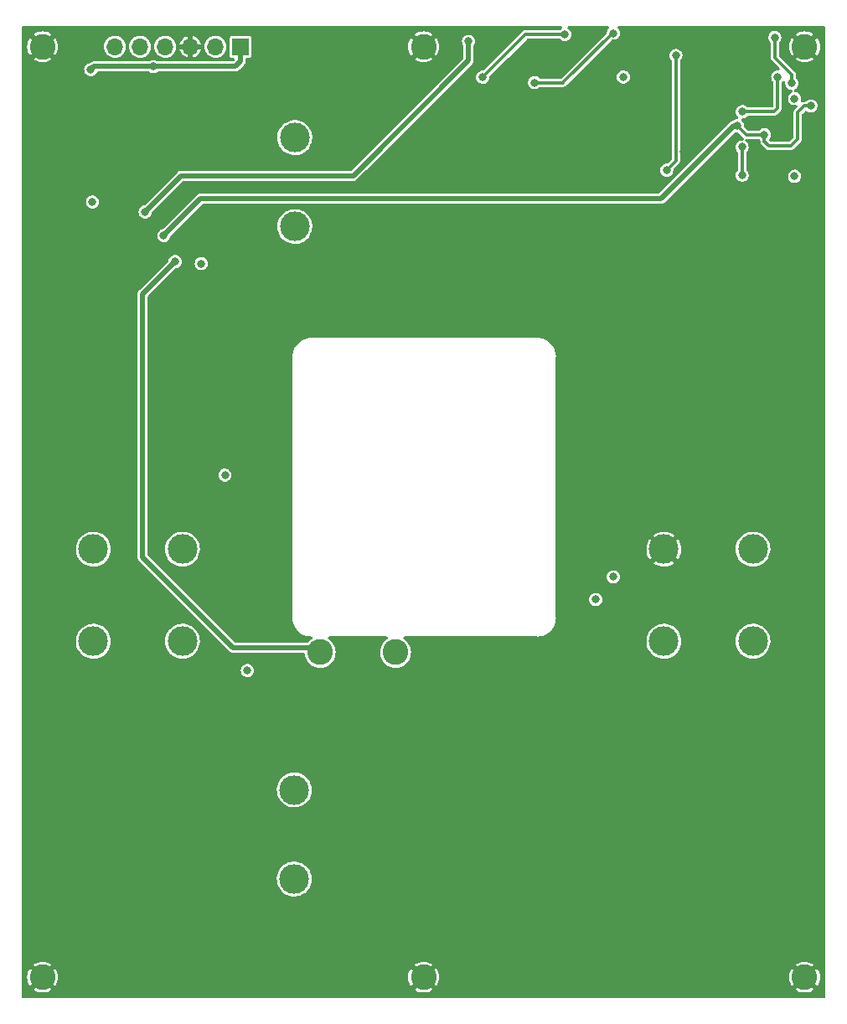
<source format=gbr>
%TF.GenerationSoftware,KiCad,Pcbnew,(6.0.5)*%
%TF.CreationDate,2022-08-19T15:51:03-07:00*%
%TF.ProjectId,X_Y_Panels,585f595f-5061-46e6-956c-732e6b696361,rev?*%
%TF.SameCoordinates,Original*%
%TF.FileFunction,Copper,L2,Inr*%
%TF.FilePolarity,Positive*%
%FSLAX46Y46*%
G04 Gerber Fmt 4.6, Leading zero omitted, Abs format (unit mm)*
G04 Created by KiCad (PCBNEW (6.0.5)) date 2022-08-19 15:51:03*
%MOMM*%
%LPD*%
G01*
G04 APERTURE LIST*
%TA.AperFunction,ComponentPad*%
%ADD10C,3.000000*%
%TD*%
%TA.AperFunction,ComponentPad*%
%ADD11C,2.600000*%
%TD*%
%TA.AperFunction,ComponentPad*%
%ADD12R,1.700000X1.700000*%
%TD*%
%TA.AperFunction,ComponentPad*%
%ADD13O,1.700000X1.700000*%
%TD*%
%TA.AperFunction,ViaPad*%
%ADD14C,0.800000*%
%TD*%
%TA.AperFunction,Conductor*%
%ADD15C,0.500000*%
%TD*%
%TA.AperFunction,Conductor*%
%ADD16C,0.306000*%
%TD*%
G04 APERTURE END LIST*
D10*
%TO.N,Net-(D3-Pad2)*%
%TO.C,SC3*%
X129226000Y-129078000D03*
%TO.N,Net-(D4-Pad2)*%
X129226000Y-120078000D03*
%TD*%
D11*
%TO.N,GND*%
%TO.C,H30*%
X180792000Y-138997997D03*
%TD*%
D10*
%TO.N,Net-(D2-Pad2)*%
%TO.C,SC2*%
X108918000Y-105058000D03*
%TO.N,Net-(D3-Pad2)*%
X117918000Y-105058000D03*
%TD*%
D11*
%TO.N,GND*%
%TO.C,H29*%
X142292000Y-138997997D03*
%TD*%
D12*
%TO.N,VBATT*%
%TO.C,J6*%
X123792000Y-44997997D03*
D13*
%TO.N,+3V3*%
X121252000Y-44997997D03*
%TO.N,GND*%
X118712000Y-44997997D03*
%TO.N,SDA*%
X116172000Y-44997997D03*
%TO.N,SCL*%
X113632000Y-44997997D03*
%TO.N,VSOLAR*%
X111092000Y-44997997D03*
%TD*%
D10*
%TO.N,Net-(D1-Pad2)*%
%TO.C,SC1*%
X117918000Y-95752000D03*
%TO.N,Net-(D2-Pad2)*%
X108918000Y-95752000D03*
%TD*%
%TO.N,Net-(D5-Pad2)*%
%TO.C,SC5*%
X166576000Y-105058000D03*
%TO.N,Net-(D6-Pad2)*%
X175576000Y-105058000D03*
%TD*%
D11*
%TO.N,GND*%
%TO.C,H25*%
X103792000Y-44997997D03*
%TD*%
%TO.N,GND*%
%TO.C,H26*%
X142292000Y-44997997D03*
%TD*%
%TO.N,GND*%
%TO.C,H28*%
X103792000Y-138997997D03*
%TD*%
D10*
%TO.N,Net-(D4-Pad2)*%
%TO.C,SC4*%
X129276000Y-63158000D03*
%TO.N,Net-(D5-Pad2)*%
X129276000Y-54158000D03*
%TD*%
D11*
%TO.N,GND*%
%TO.C,H27*%
X180792000Y-44997997D03*
%TD*%
%TO.N,Coil_IN*%
%TO.C,TP5*%
X131838000Y-106167998D03*
%TO.N,Coil_OUT*%
X139458000Y-106167998D03*
%TD*%
D10*
%TO.N,Net-(D6-Pad2)*%
%TO.C,SC6*%
X175576000Y-95752000D03*
%TO.N,GND*%
X166576000Y-95752000D03*
%TD*%
D14*
%TO.N,GND*%
X114610000Y-51430000D03*
X109410000Y-51440000D03*
X112126000Y-58005000D03*
X112127500Y-51402500D03*
X156331000Y-47373000D03*
X169881000Y-47698000D03*
X177036000Y-50028000D03*
X113431000Y-60198000D03*
X177926000Y-53698000D03*
X171436000Y-52528000D03*
X109306000Y-55723000D03*
X105381000Y-56998000D03*
X168578000Y-55634000D03*
X171046000Y-57558000D03*
%TO.N,VBATT*%
X115006000Y-46998000D03*
X108656000Y-47298000D03*
%TO.N,+3V3*%
X108831000Y-60673000D03*
X162482000Y-48047000D03*
%TO.N,SDA*%
X179778000Y-50220000D03*
X179781000Y-58073000D03*
%TO.N,SCL*%
X156581000Y-43748000D03*
X148256000Y-48073000D03*
%TO.N,Net-(Q1-Pad2)*%
X153506000Y-48623000D03*
X161468500Y-43623000D03*
%TO.N,Net-(Q3-Pad3)*%
X177781000Y-44048000D03*
X179506000Y-48673000D03*
%TO.N,Net-(Q3-Pad6)*%
X174481000Y-57973000D03*
X174481000Y-55123000D03*
X178081000Y-48048000D03*
X174506000Y-51548000D03*
%TO.N,Coil_IN*%
X117181000Y-66698000D03*
%TO.N,Coil_OUT*%
X119831000Y-66898000D03*
%TO.N,Net-(D1-Pad2)*%
X161466000Y-98560000D03*
%TO.N,Net-(D4-Pad2)*%
X124476000Y-108018000D03*
X122216000Y-88266000D03*
%TO.N,VSOLAR*%
X159686000Y-100848000D03*
%TO.N,SCL_ISO*%
X146831000Y-44448000D03*
X167781000Y-45873000D03*
X166856000Y-57473000D03*
X114156000Y-61673000D03*
%TO.N,SDA_ISO*%
X176731000Y-53873000D03*
X181431000Y-50973000D03*
X116031000Y-64073000D03*
X173981000Y-52973000D03*
%TD*%
D15*
%TO.N,VBATT*%
X115006000Y-46998000D02*
X108956000Y-46998000D01*
X123792000Y-44997997D02*
X123792000Y-46462000D01*
X108956000Y-46998000D02*
X108656000Y-47298000D01*
X123792000Y-46462000D02*
X123256000Y-46998000D01*
X123256000Y-46998000D02*
X115006000Y-46998000D01*
D16*
%TO.N,SCL*%
X156581000Y-43748000D02*
X152581000Y-43748000D01*
X152581000Y-43748000D02*
X148256000Y-48073000D01*
%TO.N,Net-(Q1-Pad2)*%
X153506000Y-48623000D02*
X156406000Y-48623000D01*
X156406000Y-48623000D02*
X156406000Y-48598000D01*
X161468500Y-43535500D02*
X161481000Y-43523000D01*
X156406000Y-48598000D02*
X161468500Y-43535500D01*
%TO.N,Net-(Q3-Pad3)*%
X177781000Y-46073000D02*
X177781000Y-44048000D01*
X179506000Y-47798000D02*
X177781000Y-46073000D01*
X179506000Y-48673000D02*
X179506000Y-47798000D01*
%TO.N,Net-(Q3-Pad6)*%
X174481000Y-55123000D02*
X174481000Y-57973000D01*
X177696000Y-51548000D02*
X174506000Y-51548000D01*
X174481000Y-57973000D02*
X174481000Y-58023000D01*
X178081000Y-51163000D02*
X177696000Y-51548000D01*
X178081000Y-48048000D02*
X178081000Y-51163000D01*
D15*
%TO.N,Coil_IN*%
X131904000Y-105689997D02*
X123022997Y-105689997D01*
X113906000Y-69973000D02*
X117181000Y-66698000D01*
X123022997Y-105689997D02*
X113906000Y-96573000D01*
X113906000Y-96573000D02*
X113906000Y-69973000D01*
%TO.N,SCL_ISO*%
X135181000Y-58023000D02*
X117806000Y-58023000D01*
D16*
X167781000Y-45873000D02*
X167781000Y-56548000D01*
D15*
X146831000Y-44448000D02*
X146831000Y-46373000D01*
X146831000Y-46373000D02*
X135181000Y-58023000D01*
D16*
X167781000Y-56548000D02*
X166856000Y-57473000D01*
D15*
X117806000Y-58023000D02*
X114156000Y-61673000D01*
D16*
%TO.N,SDA_ISO*%
X177186000Y-55018000D02*
X176731000Y-54563000D01*
X179396000Y-55018000D02*
X177186000Y-55018000D01*
D15*
X166304609Y-60348000D02*
X119756000Y-60348000D01*
D16*
X180106000Y-54308000D02*
X179396000Y-55018000D01*
D15*
X119756000Y-60348000D02*
X116031000Y-64073000D01*
X173679609Y-52973000D02*
X166304609Y-60348000D01*
D16*
X180106000Y-51648000D02*
X180106000Y-54308000D01*
X181431000Y-50973000D02*
X180781000Y-50973000D01*
D15*
X173981000Y-52973000D02*
X173679609Y-52973000D01*
D16*
X180781000Y-50973000D02*
X180106000Y-51648000D01*
X174881000Y-53873000D02*
X173981000Y-52973000D01*
X176731000Y-53873000D02*
X174881000Y-53873000D01*
X176731000Y-54563000D02*
X176731000Y-53873000D01*
%TD*%
%TA.AperFunction,Conductor*%
%TO.N,GND*%
G36*
X156240752Y-42898709D02*
G01*
X156297715Y-42949175D01*
X156324702Y-43020332D01*
X156315529Y-43095879D01*
X156272298Y-43158510D01*
X156239787Y-43180787D01*
X156207017Y-43197701D01*
X156199798Y-43203999D01*
X156199796Y-43204000D01*
X156095119Y-43295316D01*
X156027465Y-43330166D01*
X155990596Y-43334500D01*
X152515509Y-43334500D01*
X152503609Y-43338367D01*
X152503607Y-43338367D01*
X152496074Y-43340815D01*
X152471809Y-43346640D01*
X152463990Y-43347878D01*
X152463988Y-43347879D01*
X152451629Y-43349836D01*
X152433418Y-43359115D01*
X152410373Y-43368660D01*
X152402839Y-43371108D01*
X152390935Y-43374976D01*
X152374397Y-43386992D01*
X152353128Y-43400025D01*
X152334921Y-43409302D01*
X152311626Y-43432597D01*
X152311622Y-43432600D01*
X150322732Y-45421491D01*
X148378285Y-47365938D01*
X148313158Y-47405309D01*
X148265024Y-47412506D01*
X148212113Y-47412229D01*
X148189107Y-47412108D01*
X148189106Y-47412108D01*
X148179526Y-47412058D01*
X148132375Y-47423378D01*
X148033397Y-47447140D01*
X148033393Y-47447141D01*
X148024077Y-47449378D01*
X148015562Y-47453773D01*
X148015559Y-47453774D01*
X147901866Y-47512456D01*
X147882017Y-47522701D01*
X147874798Y-47528999D01*
X147874796Y-47529000D01*
X147779589Y-47612055D01*
X147761548Y-47627793D01*
X147669624Y-47758588D01*
X147666142Y-47767520D01*
X147666141Y-47767521D01*
X147635560Y-47845956D01*
X147611552Y-47907534D01*
X147590685Y-48066033D01*
X147591736Y-48075553D01*
X147591736Y-48075556D01*
X147605468Y-48199933D01*
X147608228Y-48224933D01*
X147663168Y-48375063D01*
X147668511Y-48383015D01*
X147668512Y-48383016D01*
X147744332Y-48495847D01*
X147752333Y-48507754D01*
X147870575Y-48615346D01*
X147878991Y-48619915D01*
X147878993Y-48619917D01*
X148002645Y-48687055D01*
X148002647Y-48687056D01*
X148011068Y-48691628D01*
X148165702Y-48732195D01*
X148175281Y-48732345D01*
X148175285Y-48732346D01*
X148249405Y-48733510D01*
X148325548Y-48734706D01*
X148335853Y-48732346D01*
X148360828Y-48726626D01*
X148481380Y-48699016D01*
X148624200Y-48627185D01*
X148745763Y-48523360D01*
X148839052Y-48393535D01*
X148898680Y-48245206D01*
X148921205Y-48086934D01*
X148921351Y-48073000D01*
X148920731Y-48067873D01*
X148934853Y-47993106D01*
X148967058Y-47946719D01*
X150833681Y-46080097D01*
X152705708Y-44208070D01*
X152770835Y-44168699D01*
X152818138Y-44161500D01*
X155992463Y-44161500D01*
X156066354Y-44179712D01*
X156099472Y-44202899D01*
X156195575Y-44290346D01*
X156203991Y-44294915D01*
X156203993Y-44294917D01*
X156327645Y-44362055D01*
X156327647Y-44362056D01*
X156336068Y-44366628D01*
X156405573Y-44384862D01*
X156451982Y-44397037D01*
X156490702Y-44407195D01*
X156500281Y-44407345D01*
X156500285Y-44407346D01*
X156574405Y-44408510D01*
X156650548Y-44409706D01*
X156660853Y-44407346D01*
X156734035Y-44390585D01*
X156806380Y-44374016D01*
X156949200Y-44302185D01*
X157070763Y-44198360D01*
X157164052Y-44068535D01*
X157223680Y-43920206D01*
X157246205Y-43761934D01*
X157246351Y-43748000D01*
X157227145Y-43589292D01*
X157170636Y-43439746D01*
X157164849Y-43431325D01*
X157085514Y-43315891D01*
X157085513Y-43315890D01*
X157080087Y-43307995D01*
X157071949Y-43300744D01*
X156967880Y-43208022D01*
X156967876Y-43208019D01*
X156960725Y-43201648D01*
X156952259Y-43197165D01*
X156952254Y-43197162D01*
X156919869Y-43180015D01*
X156863089Y-43129343D01*
X156836362Y-43058089D01*
X156845809Y-42982575D01*
X156889267Y-42920102D01*
X156956781Y-42884980D01*
X156994271Y-42880497D01*
X160890709Y-42880497D01*
X160964600Y-42898709D01*
X161021563Y-42949175D01*
X161048550Y-43020332D01*
X161039377Y-43095879D01*
X160995234Y-43159311D01*
X160974048Y-43177793D01*
X160882124Y-43308588D01*
X160878642Y-43317520D01*
X160878641Y-43317521D01*
X160833773Y-43432600D01*
X160824052Y-43457534D01*
X160822802Y-43467028D01*
X160822801Y-43467032D01*
X160810229Y-43562528D01*
X160782527Y-43633410D01*
X160765019Y-43654204D01*
X156256293Y-48162930D01*
X156191166Y-48202301D01*
X156143863Y-48209500D01*
X154095393Y-48209500D01*
X154021502Y-48191288D01*
X153989622Y-48169216D01*
X153892880Y-48083023D01*
X153885725Y-48076648D01*
X153744440Y-48001841D01*
X153589391Y-47962895D01*
X153509458Y-47962476D01*
X153439107Y-47962108D01*
X153439106Y-47962108D01*
X153429526Y-47962058D01*
X153399457Y-47969277D01*
X153283397Y-47997140D01*
X153283393Y-47997141D01*
X153274077Y-47999378D01*
X153265562Y-48003773D01*
X153265559Y-48003774D01*
X153144936Y-48066033D01*
X153132017Y-48072701D01*
X153124798Y-48078999D01*
X153124796Y-48079000D01*
X153115701Y-48086934D01*
X153011548Y-48177793D01*
X152919624Y-48308588D01*
X152916142Y-48317520D01*
X152916141Y-48317521D01*
X152889972Y-48384641D01*
X152861552Y-48457534D01*
X152840685Y-48616033D01*
X152841736Y-48625553D01*
X152841736Y-48625556D01*
X152853770Y-48734555D01*
X152858228Y-48774933D01*
X152913168Y-48925063D01*
X152918511Y-48933015D01*
X152918512Y-48933016D01*
X152989366Y-49038457D01*
X153002333Y-49057754D01*
X153120575Y-49165346D01*
X153128991Y-49169915D01*
X153128993Y-49169917D01*
X153252645Y-49237055D01*
X153252647Y-49237056D01*
X153261068Y-49241628D01*
X153415702Y-49282195D01*
X153425281Y-49282345D01*
X153425285Y-49282346D01*
X153499405Y-49283510D01*
X153575548Y-49284706D01*
X153585853Y-49282346D01*
X153679417Y-49260917D01*
X153731380Y-49249016D01*
X153874200Y-49177185D01*
X153994316Y-49074596D01*
X154062331Y-49040456D01*
X154097578Y-49036500D01*
X156360942Y-49036500D01*
X156385814Y-49038457D01*
X156393643Y-49039697D01*
X156393644Y-49039697D01*
X156406000Y-49041654D01*
X156535371Y-49021164D01*
X156652079Y-48961698D01*
X156744698Y-48869079D01*
X156759237Y-48840545D01*
X156788476Y-48800301D01*
X157548744Y-48040033D01*
X161816685Y-48040033D01*
X161817736Y-48049553D01*
X161817736Y-48049556D01*
X161829570Y-48156740D01*
X161834228Y-48198933D01*
X161889168Y-48349063D01*
X161894511Y-48357015D01*
X161894512Y-48357016D01*
X161962058Y-48457534D01*
X161978333Y-48481754D01*
X162096575Y-48589346D01*
X162104991Y-48593915D01*
X162104993Y-48593917D01*
X162228645Y-48661055D01*
X162228647Y-48661056D01*
X162237068Y-48665628D01*
X162248805Y-48668707D01*
X162345446Y-48694060D01*
X162391702Y-48706195D01*
X162401281Y-48706345D01*
X162401285Y-48706346D01*
X162475405Y-48707510D01*
X162551548Y-48708706D01*
X162561853Y-48706346D01*
X162669332Y-48681730D01*
X162707380Y-48673016D01*
X162850200Y-48601185D01*
X162948192Y-48517492D01*
X162964470Y-48503589D01*
X162964471Y-48503588D01*
X162971763Y-48497360D01*
X163065052Y-48367535D01*
X163124680Y-48219206D01*
X163147205Y-48060934D01*
X163147351Y-48047000D01*
X163128145Y-47888292D01*
X163071636Y-47738746D01*
X163059169Y-47720605D01*
X162986514Y-47614891D01*
X162986513Y-47614890D01*
X162981087Y-47606995D01*
X162973307Y-47600063D01*
X162868880Y-47507022D01*
X162868876Y-47507019D01*
X162861725Y-47500648D01*
X162720440Y-47425841D01*
X162565391Y-47386895D01*
X162485458Y-47386476D01*
X162415107Y-47386108D01*
X162415106Y-47386108D01*
X162405526Y-47386058D01*
X162370858Y-47394381D01*
X162259397Y-47421140D01*
X162259393Y-47421141D01*
X162250077Y-47423378D01*
X162241562Y-47427773D01*
X162241559Y-47427774D01*
X162152220Y-47473886D01*
X162108017Y-47496701D01*
X162100798Y-47502999D01*
X162100796Y-47503000D01*
X162039477Y-47556492D01*
X161987548Y-47601793D01*
X161895624Y-47732588D01*
X161837552Y-47881534D01*
X161816685Y-48040033D01*
X157548744Y-48040033D01*
X161260423Y-44328354D01*
X161325550Y-44288983D01*
X161378164Y-44284611D01*
X161378202Y-44282195D01*
X161538048Y-44284706D01*
X161693880Y-44249016D01*
X161836700Y-44177185D01*
X161899755Y-44123331D01*
X161950970Y-44079589D01*
X161950971Y-44079588D01*
X161958263Y-44073360D01*
X162051552Y-43943535D01*
X162111180Y-43795206D01*
X162133705Y-43636934D01*
X162133851Y-43623000D01*
X162114645Y-43464292D01*
X162073542Y-43355517D01*
X162061522Y-43323706D01*
X162061521Y-43323704D01*
X162058136Y-43314746D01*
X162044783Y-43295316D01*
X161973014Y-43190891D01*
X161973013Y-43190890D01*
X161967587Y-43182995D01*
X161939772Y-43158213D01*
X161896717Y-43095461D01*
X161887757Y-43019888D01*
X161914943Y-42948807D01*
X161972049Y-42898502D01*
X162045543Y-42880497D01*
X182750500Y-42880497D01*
X182824391Y-42898709D01*
X182881354Y-42949175D01*
X182908341Y-43020332D01*
X182909500Y-43039497D01*
X182909500Y-140956497D01*
X182891288Y-141030388D01*
X182840822Y-141087351D01*
X182769665Y-141114338D01*
X182750500Y-141115497D01*
X101833606Y-141115497D01*
X101759715Y-141097285D01*
X101702752Y-141046819D01*
X101675765Y-140975662D01*
X101674606Y-140956466D01*
X101674685Y-140556312D01*
X101674742Y-140264866D01*
X102889864Y-140264866D01*
X102890580Y-140266457D01*
X102896770Y-140271974D01*
X103078994Y-140383640D01*
X103090083Y-140389290D01*
X103304533Y-140478119D01*
X103316376Y-140481967D01*
X103542070Y-140536152D01*
X103554381Y-140538101D01*
X103785774Y-140556312D01*
X103798226Y-140556312D01*
X104029619Y-140538101D01*
X104041930Y-140536152D01*
X104267624Y-140481967D01*
X104279467Y-140478119D01*
X104493917Y-140389290D01*
X104505006Y-140383640D01*
X104682883Y-140274638D01*
X104692537Y-140264866D01*
X141389864Y-140264866D01*
X141390580Y-140266457D01*
X141396770Y-140271974D01*
X141578994Y-140383640D01*
X141590083Y-140389290D01*
X141804533Y-140478119D01*
X141816376Y-140481967D01*
X142042070Y-140536152D01*
X142054381Y-140538101D01*
X142285774Y-140556312D01*
X142298226Y-140556312D01*
X142529619Y-140538101D01*
X142541930Y-140536152D01*
X142767624Y-140481967D01*
X142779467Y-140478119D01*
X142993917Y-140389290D01*
X143005006Y-140383640D01*
X143182883Y-140274638D01*
X143192537Y-140264866D01*
X179889864Y-140264866D01*
X179890580Y-140266457D01*
X179896770Y-140271974D01*
X180078994Y-140383640D01*
X180090083Y-140389290D01*
X180304533Y-140478119D01*
X180316376Y-140481967D01*
X180542070Y-140536152D01*
X180554381Y-140538101D01*
X180785774Y-140556312D01*
X180798226Y-140556312D01*
X181029619Y-140538101D01*
X181041930Y-140536152D01*
X181267624Y-140481967D01*
X181279467Y-140478119D01*
X181493917Y-140389290D01*
X181505006Y-140383640D01*
X181682883Y-140274638D01*
X181694353Y-140263028D01*
X181694028Y-140261312D01*
X181689300Y-140254507D01*
X180805651Y-139370858D01*
X180791685Y-139362415D01*
X180782788Y-139366419D01*
X179898307Y-140250900D01*
X179889864Y-140264866D01*
X143192537Y-140264866D01*
X143194353Y-140263028D01*
X143194028Y-140261312D01*
X143189300Y-140254507D01*
X142305651Y-139370858D01*
X142291685Y-139362415D01*
X142282788Y-139366419D01*
X141398307Y-140250900D01*
X141389864Y-140264866D01*
X104692537Y-140264866D01*
X104694353Y-140263028D01*
X104694028Y-140261312D01*
X104689300Y-140254507D01*
X103805651Y-139370858D01*
X103791685Y-139362415D01*
X103782788Y-139366419D01*
X102898307Y-140250900D01*
X102889864Y-140264866D01*
X101674742Y-140264866D01*
X101674989Y-139004223D01*
X102233685Y-139004223D01*
X102251896Y-139235616D01*
X102253845Y-139247927D01*
X102308030Y-139473621D01*
X102311878Y-139485464D01*
X102400707Y-139699914D01*
X102406357Y-139711003D01*
X102515359Y-139888880D01*
X102526969Y-139900350D01*
X102528685Y-139900025D01*
X102535490Y-139895297D01*
X103419139Y-139011648D01*
X103427201Y-138998312D01*
X104156418Y-138998312D01*
X104160422Y-139007209D01*
X105044903Y-139891690D01*
X105058869Y-139900133D01*
X105060460Y-139899417D01*
X105065977Y-139893227D01*
X105177643Y-139711003D01*
X105183293Y-139699914D01*
X105272122Y-139485464D01*
X105275970Y-139473621D01*
X105330155Y-139247927D01*
X105332104Y-139235616D01*
X105350315Y-139004223D01*
X140733685Y-139004223D01*
X140751896Y-139235616D01*
X140753845Y-139247927D01*
X140808030Y-139473621D01*
X140811878Y-139485464D01*
X140900707Y-139699914D01*
X140906357Y-139711003D01*
X141015359Y-139888880D01*
X141026969Y-139900350D01*
X141028685Y-139900025D01*
X141035490Y-139895297D01*
X141919139Y-139011648D01*
X141927201Y-138998312D01*
X142656418Y-138998312D01*
X142660422Y-139007209D01*
X143544903Y-139891690D01*
X143558869Y-139900133D01*
X143560460Y-139899417D01*
X143565977Y-139893227D01*
X143677643Y-139711003D01*
X143683293Y-139699914D01*
X143772122Y-139485464D01*
X143775970Y-139473621D01*
X143830155Y-139247927D01*
X143832104Y-139235616D01*
X143850315Y-139004223D01*
X179233685Y-139004223D01*
X179251896Y-139235616D01*
X179253845Y-139247927D01*
X179308030Y-139473621D01*
X179311878Y-139485464D01*
X179400707Y-139699914D01*
X179406357Y-139711003D01*
X179515359Y-139888880D01*
X179526969Y-139900350D01*
X179528685Y-139900025D01*
X179535490Y-139895297D01*
X180419139Y-139011648D01*
X180427201Y-138998312D01*
X181156418Y-138998312D01*
X181160422Y-139007209D01*
X182044903Y-139891690D01*
X182058869Y-139900133D01*
X182060460Y-139899417D01*
X182065977Y-139893227D01*
X182177643Y-139711003D01*
X182183293Y-139699914D01*
X182272122Y-139485464D01*
X182275970Y-139473621D01*
X182330155Y-139247927D01*
X182332104Y-139235616D01*
X182350315Y-139004223D01*
X182350315Y-138991771D01*
X182332104Y-138760378D01*
X182330155Y-138748067D01*
X182275970Y-138522373D01*
X182272122Y-138510530D01*
X182183293Y-138296080D01*
X182177643Y-138284991D01*
X182068641Y-138107114D01*
X182057031Y-138095644D01*
X182055315Y-138095969D01*
X182048510Y-138100697D01*
X181164861Y-138984346D01*
X181156418Y-138998312D01*
X180427201Y-138998312D01*
X180427582Y-138997682D01*
X180423578Y-138988785D01*
X179539097Y-138104304D01*
X179525131Y-138095861D01*
X179523540Y-138096577D01*
X179518023Y-138102767D01*
X179406357Y-138284991D01*
X179400707Y-138296080D01*
X179311878Y-138510530D01*
X179308030Y-138522373D01*
X179253845Y-138748067D01*
X179251896Y-138760378D01*
X179233685Y-138991771D01*
X179233685Y-139004223D01*
X143850315Y-139004223D01*
X143850315Y-138991771D01*
X143832104Y-138760378D01*
X143830155Y-138748067D01*
X143775970Y-138522373D01*
X143772122Y-138510530D01*
X143683293Y-138296080D01*
X143677643Y-138284991D01*
X143568641Y-138107114D01*
X143557031Y-138095644D01*
X143555315Y-138095969D01*
X143548510Y-138100697D01*
X142664861Y-138984346D01*
X142656418Y-138998312D01*
X141927201Y-138998312D01*
X141927582Y-138997682D01*
X141923578Y-138988785D01*
X141039097Y-138104304D01*
X141025131Y-138095861D01*
X141023540Y-138096577D01*
X141018023Y-138102767D01*
X140906357Y-138284991D01*
X140900707Y-138296080D01*
X140811878Y-138510530D01*
X140808030Y-138522373D01*
X140753845Y-138748067D01*
X140751896Y-138760378D01*
X140733685Y-138991771D01*
X140733685Y-139004223D01*
X105350315Y-139004223D01*
X105350315Y-138991771D01*
X105332104Y-138760378D01*
X105330155Y-138748067D01*
X105275970Y-138522373D01*
X105272122Y-138510530D01*
X105183293Y-138296080D01*
X105177643Y-138284991D01*
X105068641Y-138107114D01*
X105057031Y-138095644D01*
X105055315Y-138095969D01*
X105048510Y-138100697D01*
X104164861Y-138984346D01*
X104156418Y-138998312D01*
X103427201Y-138998312D01*
X103427582Y-138997682D01*
X103423578Y-138988785D01*
X102539097Y-138104304D01*
X102525131Y-138095861D01*
X102523540Y-138096577D01*
X102518023Y-138102767D01*
X102406357Y-138284991D01*
X102400707Y-138296080D01*
X102311878Y-138510530D01*
X102308030Y-138522373D01*
X102253845Y-138748067D01*
X102251896Y-138760378D01*
X102233685Y-138991771D01*
X102233685Y-139004223D01*
X101674989Y-139004223D01*
X101675238Y-137732966D01*
X102889647Y-137732966D01*
X102889972Y-137734682D01*
X102894700Y-137741487D01*
X103778349Y-138625136D01*
X103792315Y-138633579D01*
X103801212Y-138629575D01*
X104685693Y-137745094D01*
X104693025Y-137732966D01*
X141389647Y-137732966D01*
X141389972Y-137734682D01*
X141394700Y-137741487D01*
X142278349Y-138625136D01*
X142292315Y-138633579D01*
X142301212Y-138629575D01*
X143185693Y-137745094D01*
X143193025Y-137732966D01*
X179889647Y-137732966D01*
X179889972Y-137734682D01*
X179894700Y-137741487D01*
X180778349Y-138625136D01*
X180792315Y-138633579D01*
X180801212Y-138629575D01*
X181685693Y-137745094D01*
X181694136Y-137731128D01*
X181693420Y-137729537D01*
X181687230Y-137724020D01*
X181505006Y-137612354D01*
X181493917Y-137606704D01*
X181279467Y-137517875D01*
X181267624Y-137514027D01*
X181041930Y-137459842D01*
X181029619Y-137457893D01*
X180798226Y-137439682D01*
X180785774Y-137439682D01*
X180554381Y-137457893D01*
X180542070Y-137459842D01*
X180316376Y-137514027D01*
X180304533Y-137517875D01*
X180090083Y-137606704D01*
X180078994Y-137612354D01*
X179901117Y-137721356D01*
X179889647Y-137732966D01*
X143193025Y-137732966D01*
X143194136Y-137731128D01*
X143193420Y-137729537D01*
X143187230Y-137724020D01*
X143005006Y-137612354D01*
X142993917Y-137606704D01*
X142779467Y-137517875D01*
X142767624Y-137514027D01*
X142541930Y-137459842D01*
X142529619Y-137457893D01*
X142298226Y-137439682D01*
X142285774Y-137439682D01*
X142054381Y-137457893D01*
X142042070Y-137459842D01*
X141816376Y-137514027D01*
X141804533Y-137517875D01*
X141590083Y-137606704D01*
X141578994Y-137612354D01*
X141401117Y-137721356D01*
X141389647Y-137732966D01*
X104693025Y-137732966D01*
X104694136Y-137731128D01*
X104693420Y-137729537D01*
X104687230Y-137724020D01*
X104505006Y-137612354D01*
X104493917Y-137606704D01*
X104279467Y-137517875D01*
X104267624Y-137514027D01*
X104041930Y-137459842D01*
X104029619Y-137457893D01*
X103798226Y-137439682D01*
X103785774Y-137439682D01*
X103554381Y-137457893D01*
X103542070Y-137459842D01*
X103316376Y-137514027D01*
X103304533Y-137517875D01*
X103090083Y-137606704D01*
X103078994Y-137612354D01*
X102901117Y-137721356D01*
X102889647Y-137732966D01*
X101675238Y-137732966D01*
X101676942Y-129031786D01*
X127461168Y-129031786D01*
X127473722Y-129293153D01*
X127524771Y-129549793D01*
X127613193Y-129796068D01*
X127737046Y-130026569D01*
X127893608Y-130236231D01*
X127897794Y-130240380D01*
X127897796Y-130240383D01*
X128075256Y-130416302D01*
X128075261Y-130416306D01*
X128079440Y-130420449D01*
X128191281Y-130502454D01*
X128285702Y-130571686D01*
X128285706Y-130571688D01*
X128290461Y-130575175D01*
X128295677Y-130577919D01*
X128295683Y-130577923D01*
X128516814Y-130694266D01*
X128516818Y-130694268D01*
X128522034Y-130697012D01*
X128769071Y-130783281D01*
X129026147Y-130832089D01*
X129032049Y-130832321D01*
X129032050Y-130832321D01*
X129074600Y-130833993D01*
X129287613Y-130842362D01*
X129547725Y-130813875D01*
X129553425Y-130812374D01*
X129553432Y-130812373D01*
X129795066Y-130748755D01*
X129795069Y-130748754D01*
X129800770Y-130747253D01*
X130041188Y-130643962D01*
X130046203Y-130640858D01*
X130046208Y-130640856D01*
X130171981Y-130563025D01*
X130263698Y-130506269D01*
X130268201Y-130502457D01*
X130268205Y-130502454D01*
X130458912Y-130341008D01*
X130458914Y-130341006D01*
X130463411Y-130337199D01*
X130635941Y-130140467D01*
X130777496Y-129920394D01*
X130884968Y-129681815D01*
X130955995Y-129429972D01*
X130989018Y-129170396D01*
X130991437Y-129078000D01*
X130972045Y-128817052D01*
X130961723Y-128771435D01*
X130915600Y-128567597D01*
X130915598Y-128567592D01*
X130914296Y-128561836D01*
X130819457Y-128317960D01*
X130795766Y-128276508D01*
X130692545Y-128095908D01*
X130692544Y-128095907D01*
X130689614Y-128090780D01*
X130527617Y-127885288D01*
X130337026Y-127705998D01*
X130122027Y-127556848D01*
X130014174Y-127503661D01*
X129892631Y-127443722D01*
X129892628Y-127443721D01*
X129887344Y-127441115D01*
X129881732Y-127439318D01*
X129881728Y-127439317D01*
X129643747Y-127363139D01*
X129643746Y-127363139D01*
X129638133Y-127361342D01*
X129585628Y-127352791D01*
X129385697Y-127320230D01*
X129385693Y-127320230D01*
X129379868Y-127319281D01*
X129249046Y-127317569D01*
X129124129Y-127315933D01*
X129124125Y-127315933D01*
X129118223Y-127315856D01*
X129020756Y-127329121D01*
X128864785Y-127350347D01*
X128864782Y-127350348D01*
X128858945Y-127351142D01*
X128853292Y-127352790D01*
X128853286Y-127352791D01*
X128733338Y-127387753D01*
X128607731Y-127424364D01*
X128602383Y-127426830D01*
X128602379Y-127426831D01*
X128375458Y-127531443D01*
X128375453Y-127531446D01*
X128370099Y-127533914D01*
X128365166Y-127537148D01*
X128365161Y-127537151D01*
X128156204Y-127674150D01*
X128151270Y-127677385D01*
X127956051Y-127851624D01*
X127788730Y-128052806D01*
X127652984Y-128276508D01*
X127551794Y-128517819D01*
X127487384Y-128771435D01*
X127461168Y-129031786D01*
X101676942Y-129031786D01*
X101678352Y-121832089D01*
X101678488Y-121139322D01*
X101678491Y-121139174D01*
X101678500Y-121139070D01*
X101678500Y-121076929D01*
X101678506Y-121046298D01*
X101678500Y-121046262D01*
X101678500Y-120031786D01*
X127461168Y-120031786D01*
X127473722Y-120293153D01*
X127524771Y-120549793D01*
X127613193Y-120796068D01*
X127737046Y-121026569D01*
X127893608Y-121236231D01*
X127897794Y-121240380D01*
X127897796Y-121240383D01*
X128075256Y-121416302D01*
X128075261Y-121416306D01*
X128079440Y-121420449D01*
X128191281Y-121502454D01*
X128285702Y-121571686D01*
X128285706Y-121571688D01*
X128290461Y-121575175D01*
X128295677Y-121577919D01*
X128295683Y-121577923D01*
X128516814Y-121694266D01*
X128516818Y-121694268D01*
X128522034Y-121697012D01*
X128769071Y-121783281D01*
X129026147Y-121832089D01*
X129032049Y-121832321D01*
X129032050Y-121832321D01*
X129074600Y-121833993D01*
X129287613Y-121842362D01*
X129547725Y-121813875D01*
X129553425Y-121812374D01*
X129553432Y-121812373D01*
X129795066Y-121748755D01*
X129795069Y-121748754D01*
X129800770Y-121747253D01*
X130041188Y-121643962D01*
X130046203Y-121640858D01*
X130046208Y-121640856D01*
X130171981Y-121563025D01*
X130263698Y-121506269D01*
X130268201Y-121502457D01*
X130268205Y-121502454D01*
X130458912Y-121341008D01*
X130458914Y-121341006D01*
X130463411Y-121337199D01*
X130635941Y-121140467D01*
X130777496Y-120920394D01*
X130884968Y-120681815D01*
X130955995Y-120429972D01*
X130989018Y-120170396D01*
X130991437Y-120078000D01*
X130972045Y-119817052D01*
X130961723Y-119771435D01*
X130915600Y-119567597D01*
X130915598Y-119567592D01*
X130914296Y-119561836D01*
X130819457Y-119317960D01*
X130795766Y-119276508D01*
X130692545Y-119095908D01*
X130692544Y-119095907D01*
X130689614Y-119090780D01*
X130527617Y-118885288D01*
X130337026Y-118705998D01*
X130122027Y-118556848D01*
X130014174Y-118503661D01*
X129892631Y-118443722D01*
X129892628Y-118443721D01*
X129887344Y-118441115D01*
X129881732Y-118439318D01*
X129881728Y-118439317D01*
X129643747Y-118363139D01*
X129643746Y-118363139D01*
X129638133Y-118361342D01*
X129585628Y-118352791D01*
X129385697Y-118320230D01*
X129385693Y-118320230D01*
X129379868Y-118319281D01*
X129249045Y-118317568D01*
X129124129Y-118315933D01*
X129124125Y-118315933D01*
X129118223Y-118315856D01*
X129020756Y-118329121D01*
X128864785Y-118350347D01*
X128864782Y-118350348D01*
X128858945Y-118351142D01*
X128853292Y-118352790D01*
X128853286Y-118352791D01*
X128733338Y-118387753D01*
X128607731Y-118424364D01*
X128602383Y-118426830D01*
X128602379Y-118426831D01*
X128375458Y-118531443D01*
X128375453Y-118531446D01*
X128370099Y-118533914D01*
X128365166Y-118537148D01*
X128365161Y-118537151D01*
X128156204Y-118674150D01*
X128151270Y-118677385D01*
X127956051Y-118851624D01*
X127788730Y-119052806D01*
X127652984Y-119276508D01*
X127551794Y-119517819D01*
X127487384Y-119771435D01*
X127461168Y-120031786D01*
X101678500Y-120031786D01*
X101678500Y-108011033D01*
X123810685Y-108011033D01*
X123811736Y-108020553D01*
X123811736Y-108020556D01*
X123813561Y-108037083D01*
X123828228Y-108169933D01*
X123883168Y-108320063D01*
X123888511Y-108328015D01*
X123888512Y-108328016D01*
X123895581Y-108338535D01*
X123972333Y-108452754D01*
X124090575Y-108560346D01*
X124098991Y-108564915D01*
X124098993Y-108564917D01*
X124222645Y-108632055D01*
X124222647Y-108632056D01*
X124231068Y-108636628D01*
X124385702Y-108677195D01*
X124395281Y-108677345D01*
X124395285Y-108677346D01*
X124469405Y-108678510D01*
X124545548Y-108679706D01*
X124555853Y-108677346D01*
X124580828Y-108671626D01*
X124701380Y-108644016D01*
X124844200Y-108572185D01*
X124965763Y-108468360D01*
X125059052Y-108338535D01*
X125118680Y-108190206D01*
X125141205Y-108031934D01*
X125141351Y-108018000D01*
X125122145Y-107859292D01*
X125065636Y-107709746D01*
X125029187Y-107656711D01*
X124980514Y-107585891D01*
X124980513Y-107585890D01*
X124975087Y-107577995D01*
X124954274Y-107559451D01*
X124862880Y-107478022D01*
X124862876Y-107478019D01*
X124855725Y-107471648D01*
X124714440Y-107396841D01*
X124559391Y-107357895D01*
X124479458Y-107357476D01*
X124409107Y-107357108D01*
X124409106Y-107357108D01*
X124399526Y-107357058D01*
X124351131Y-107368677D01*
X124253397Y-107392140D01*
X124253393Y-107392141D01*
X124244077Y-107394378D01*
X124235562Y-107398773D01*
X124235559Y-107398774D01*
X124110530Y-107463307D01*
X124102017Y-107467701D01*
X123981548Y-107572793D01*
X123889624Y-107703588D01*
X123886142Y-107712520D01*
X123886141Y-107712521D01*
X123883730Y-107718706D01*
X123831552Y-107852534D01*
X123810685Y-108011033D01*
X101678500Y-108011033D01*
X101678500Y-105011786D01*
X107153168Y-105011786D01*
X107165722Y-105273153D01*
X107216771Y-105529793D01*
X107305193Y-105776068D01*
X107307985Y-105781264D01*
X107425426Y-105999831D01*
X107429046Y-106006569D01*
X107585608Y-106216231D01*
X107589794Y-106220380D01*
X107589796Y-106220383D01*
X107767256Y-106396302D01*
X107767261Y-106396306D01*
X107771440Y-106400449D01*
X107883281Y-106482454D01*
X107977702Y-106551686D01*
X107977706Y-106551688D01*
X107982461Y-106555175D01*
X107987677Y-106557919D01*
X107987683Y-106557923D01*
X108208814Y-106674266D01*
X108208818Y-106674268D01*
X108214034Y-106677012D01*
X108461071Y-106763281D01*
X108718147Y-106812089D01*
X108724049Y-106812321D01*
X108724050Y-106812321D01*
X108766600Y-106813993D01*
X108979613Y-106822362D01*
X109239725Y-106793875D01*
X109245425Y-106792374D01*
X109245432Y-106792373D01*
X109487066Y-106728755D01*
X109487069Y-106728754D01*
X109492770Y-106727253D01*
X109733188Y-106623962D01*
X109738203Y-106620858D01*
X109738208Y-106620856D01*
X109863981Y-106543025D01*
X109955698Y-106486269D01*
X109960201Y-106482457D01*
X109960205Y-106482454D01*
X110150912Y-106321008D01*
X110150914Y-106321006D01*
X110155411Y-106317199D01*
X110327941Y-106120467D01*
X110398166Y-106011289D01*
X110466307Y-105905352D01*
X110466307Y-105905351D01*
X110469496Y-105900394D01*
X110576968Y-105661815D01*
X110647995Y-105409972D01*
X110681018Y-105150396D01*
X110683437Y-105058000D01*
X110680003Y-105011786D01*
X116153168Y-105011786D01*
X116165722Y-105273153D01*
X116216771Y-105529793D01*
X116305193Y-105776068D01*
X116307985Y-105781264D01*
X116425426Y-105999831D01*
X116429046Y-106006569D01*
X116585608Y-106216231D01*
X116589794Y-106220380D01*
X116589796Y-106220383D01*
X116767256Y-106396302D01*
X116767261Y-106396306D01*
X116771440Y-106400449D01*
X116883281Y-106482454D01*
X116977702Y-106551686D01*
X116977706Y-106551688D01*
X116982461Y-106555175D01*
X116987677Y-106557919D01*
X116987683Y-106557923D01*
X117208814Y-106674266D01*
X117208818Y-106674268D01*
X117214034Y-106677012D01*
X117461071Y-106763281D01*
X117718147Y-106812089D01*
X117724049Y-106812321D01*
X117724050Y-106812321D01*
X117766600Y-106813993D01*
X117979613Y-106822362D01*
X118239725Y-106793875D01*
X118245425Y-106792374D01*
X118245432Y-106792373D01*
X118487066Y-106728755D01*
X118487069Y-106728754D01*
X118492770Y-106727253D01*
X118733188Y-106623962D01*
X118738203Y-106620858D01*
X118738208Y-106620856D01*
X118863981Y-106543025D01*
X118955698Y-106486269D01*
X118960201Y-106482457D01*
X118960205Y-106482454D01*
X119150912Y-106321008D01*
X119150914Y-106321006D01*
X119155411Y-106317199D01*
X119327941Y-106120467D01*
X119398166Y-106011289D01*
X119466307Y-105905352D01*
X119466307Y-105905351D01*
X119469496Y-105900394D01*
X119576968Y-105661815D01*
X119647995Y-105409972D01*
X119681018Y-105150396D01*
X119683437Y-105058000D01*
X119664045Y-104797052D01*
X119662742Y-104791293D01*
X119607600Y-104547597D01*
X119607598Y-104547592D01*
X119606296Y-104541836D01*
X119511457Y-104297960D01*
X119487766Y-104256508D01*
X119384545Y-104075908D01*
X119384544Y-104075907D01*
X119381614Y-104070780D01*
X119219617Y-103865288D01*
X119029026Y-103685998D01*
X118814027Y-103536848D01*
X118706174Y-103483661D01*
X118584631Y-103423722D01*
X118584628Y-103423721D01*
X118579344Y-103421115D01*
X118573732Y-103419318D01*
X118573728Y-103419317D01*
X118335747Y-103343139D01*
X118335746Y-103343139D01*
X118330133Y-103341342D01*
X118277628Y-103332791D01*
X118077697Y-103300230D01*
X118077693Y-103300230D01*
X118071868Y-103299281D01*
X117941045Y-103297568D01*
X117816129Y-103295933D01*
X117816125Y-103295933D01*
X117810223Y-103295856D01*
X117712756Y-103309121D01*
X117556785Y-103330347D01*
X117556782Y-103330348D01*
X117550945Y-103331142D01*
X117545292Y-103332790D01*
X117545286Y-103332791D01*
X117425338Y-103367753D01*
X117299731Y-103404364D01*
X117294383Y-103406830D01*
X117294379Y-103406831D01*
X117067458Y-103511443D01*
X117067453Y-103511446D01*
X117062099Y-103513914D01*
X117057166Y-103517148D01*
X117057161Y-103517151D01*
X116848204Y-103654150D01*
X116843270Y-103657385D01*
X116648051Y-103831624D01*
X116644281Y-103836157D01*
X116644278Y-103836160D01*
X116623416Y-103861244D01*
X116480730Y-104032806D01*
X116344984Y-104256508D01*
X116243794Y-104497819D01*
X116242343Y-104503531D01*
X116242343Y-104503532D01*
X116227901Y-104560399D01*
X116179384Y-104751435D01*
X116153168Y-105011786D01*
X110680003Y-105011786D01*
X110664045Y-104797052D01*
X110662742Y-104791293D01*
X110607600Y-104547597D01*
X110607598Y-104547592D01*
X110606296Y-104541836D01*
X110511457Y-104297960D01*
X110487766Y-104256508D01*
X110384545Y-104075908D01*
X110384544Y-104075907D01*
X110381614Y-104070780D01*
X110219617Y-103865288D01*
X110029026Y-103685998D01*
X109814027Y-103536848D01*
X109706174Y-103483661D01*
X109584631Y-103423722D01*
X109584628Y-103423721D01*
X109579344Y-103421115D01*
X109573732Y-103419318D01*
X109573728Y-103419317D01*
X109335747Y-103343139D01*
X109335746Y-103343139D01*
X109330133Y-103341342D01*
X109277628Y-103332791D01*
X109077697Y-103300230D01*
X109077693Y-103300230D01*
X109071868Y-103299281D01*
X108941045Y-103297568D01*
X108816129Y-103295933D01*
X108816125Y-103295933D01*
X108810223Y-103295856D01*
X108712756Y-103309121D01*
X108556785Y-103330347D01*
X108556782Y-103330348D01*
X108550945Y-103331142D01*
X108545292Y-103332790D01*
X108545286Y-103332791D01*
X108425338Y-103367753D01*
X108299731Y-103404364D01*
X108294383Y-103406830D01*
X108294379Y-103406831D01*
X108067458Y-103511443D01*
X108067453Y-103511446D01*
X108062099Y-103513914D01*
X108057166Y-103517148D01*
X108057161Y-103517151D01*
X107848204Y-103654150D01*
X107843270Y-103657385D01*
X107648051Y-103831624D01*
X107644281Y-103836157D01*
X107644278Y-103836160D01*
X107623416Y-103861244D01*
X107480730Y-104032806D01*
X107344984Y-104256508D01*
X107243794Y-104497819D01*
X107242343Y-104503531D01*
X107242343Y-104503532D01*
X107227901Y-104560399D01*
X107179384Y-104751435D01*
X107153168Y-105011786D01*
X101678500Y-105011786D01*
X101678500Y-95705786D01*
X107153168Y-95705786D01*
X107165722Y-95967153D01*
X107216771Y-96223793D01*
X107218762Y-96229338D01*
X107218763Y-96229342D01*
X107259566Y-96342987D01*
X107305193Y-96470068D01*
X107307985Y-96475264D01*
X107424371Y-96691868D01*
X107429046Y-96700569D01*
X107585608Y-96910231D01*
X107589794Y-96914380D01*
X107589796Y-96914383D01*
X107767256Y-97090302D01*
X107767261Y-97090306D01*
X107771440Y-97094449D01*
X107852243Y-97153696D01*
X107977702Y-97245686D01*
X107977706Y-97245688D01*
X107982461Y-97249175D01*
X107987677Y-97251919D01*
X107987683Y-97251923D01*
X108208814Y-97368266D01*
X108208818Y-97368268D01*
X108214034Y-97371012D01*
X108461071Y-97457281D01*
X108718147Y-97506089D01*
X108724049Y-97506321D01*
X108724050Y-97506321D01*
X108766600Y-97507993D01*
X108979613Y-97516362D01*
X109239725Y-97487875D01*
X109245425Y-97486374D01*
X109245432Y-97486373D01*
X109487066Y-97422755D01*
X109487069Y-97422754D01*
X109492770Y-97421253D01*
X109733188Y-97317962D01*
X109738203Y-97314858D01*
X109738208Y-97314856D01*
X109863981Y-97237025D01*
X109955698Y-97180269D01*
X109960201Y-97176457D01*
X109960205Y-97176454D01*
X110150912Y-97015008D01*
X110150914Y-97015006D01*
X110155411Y-97011199D01*
X110327941Y-96814467D01*
X110423259Y-96666278D01*
X110466307Y-96599352D01*
X110466307Y-96599351D01*
X110469496Y-96594394D01*
X110576968Y-96355815D01*
X110647995Y-96103972D01*
X110681018Y-95844396D01*
X110683437Y-95752000D01*
X110664045Y-95491052D01*
X110652685Y-95440846D01*
X110607600Y-95241597D01*
X110607598Y-95241592D01*
X110606296Y-95235836D01*
X110511457Y-94991960D01*
X110487766Y-94950508D01*
X110384545Y-94769908D01*
X110384544Y-94769907D01*
X110381614Y-94764780D01*
X110219617Y-94559288D01*
X110029026Y-94379998D01*
X109814027Y-94230848D01*
X109596891Y-94123768D01*
X109584631Y-94117722D01*
X109584628Y-94117721D01*
X109579344Y-94115115D01*
X109573732Y-94113318D01*
X109573728Y-94113317D01*
X109335747Y-94037139D01*
X109335746Y-94037139D01*
X109330133Y-94035342D01*
X109277628Y-94026791D01*
X109077697Y-93994230D01*
X109077693Y-93994230D01*
X109071868Y-93993281D01*
X108941045Y-93991568D01*
X108816129Y-93989933D01*
X108816125Y-93989933D01*
X108810223Y-93989856D01*
X108737905Y-93999698D01*
X108556785Y-94024347D01*
X108556782Y-94024348D01*
X108550945Y-94025142D01*
X108545292Y-94026790D01*
X108545286Y-94026791D01*
X108425338Y-94061753D01*
X108299731Y-94098364D01*
X108294383Y-94100830D01*
X108294379Y-94100831D01*
X108067458Y-94205443D01*
X108067453Y-94205446D01*
X108062099Y-94207914D01*
X108057166Y-94211148D01*
X108057161Y-94211151D01*
X107849662Y-94347194D01*
X107843270Y-94351385D01*
X107648051Y-94525624D01*
X107480730Y-94726806D01*
X107344984Y-94950508D01*
X107243794Y-95191819D01*
X107179384Y-95445435D01*
X107153168Y-95705786D01*
X101678500Y-95705786D01*
X101678500Y-70008079D01*
X113391445Y-70008079D01*
X113393809Y-70019155D01*
X113394580Y-70030458D01*
X113394089Y-70030491D01*
X113395500Y-70043858D01*
X113395500Y-96500673D01*
X113394988Y-96513427D01*
X113394412Y-96520585D01*
X113391911Y-96531638D01*
X113392613Y-96542947D01*
X113395195Y-96584575D01*
X113395500Y-96594420D01*
X113395500Y-96609660D01*
X113396301Y-96615253D01*
X113396301Y-96615255D01*
X113396803Y-96618763D01*
X113398102Y-96631446D01*
X113400965Y-96677587D01*
X113404814Y-96688246D01*
X113406727Y-96697484D01*
X113409374Y-96706535D01*
X113410980Y-96717754D01*
X113415670Y-96728068D01*
X113430114Y-96759836D01*
X113434925Y-96771656D01*
X113450620Y-96815130D01*
X113457302Y-96824276D01*
X113461735Y-96832613D01*
X113466817Y-96840560D01*
X113471505Y-96850871D01*
X113478898Y-96859451D01*
X113501680Y-96885890D01*
X113509609Y-96895877D01*
X113516898Y-96905854D01*
X113527064Y-96916020D01*
X113535086Y-96924661D01*
X113559558Y-96953062D01*
X113559562Y-96953066D01*
X113566959Y-96961650D01*
X113576468Y-96967813D01*
X113585001Y-96975257D01*
X113584677Y-96975628D01*
X113595126Y-96984082D01*
X122610875Y-105999831D01*
X122619528Y-106009209D01*
X122624192Y-106014689D01*
X122630234Y-106024265D01*
X122638720Y-106031760D01*
X122638722Y-106031762D01*
X122669979Y-106059367D01*
X122677156Y-106066112D01*
X122687942Y-106076898D01*
X122692469Y-106080290D01*
X122692474Y-106080295D01*
X122695309Y-106082420D01*
X122705203Y-106090476D01*
X122739838Y-106121065D01*
X122750094Y-106125880D01*
X122757977Y-106131058D01*
X122766255Y-106135590D01*
X122775322Y-106142386D01*
X122818606Y-106158612D01*
X122830359Y-106163565D01*
X122861952Y-106178398D01*
X122861959Y-106178400D01*
X122872206Y-106183211D01*
X122883392Y-106184953D01*
X122892420Y-106187713D01*
X122901640Y-106189740D01*
X122912247Y-106193716D01*
X122958339Y-106197141D01*
X122971020Y-106198597D01*
X122977154Y-106199552D01*
X122983223Y-106200497D01*
X122997604Y-106200497D01*
X123009386Y-106200934D01*
X123046780Y-106203713D01*
X123046783Y-106203713D01*
X123058076Y-106204552D01*
X123069152Y-106202188D01*
X123080455Y-106201417D01*
X123080488Y-106201908D01*
X123093855Y-106200497D01*
X130128255Y-106200497D01*
X130202146Y-106218709D01*
X130259109Y-106269175D01*
X130286765Y-106347023D01*
X130291244Y-106403932D01*
X130291947Y-106412869D01*
X130293403Y-106418936D01*
X130293404Y-106418939D01*
X130343185Y-106626292D01*
X130349287Y-106651710D01*
X130443285Y-106878641D01*
X130571625Y-107088073D01*
X130731148Y-107274850D01*
X130917925Y-107434373D01*
X130923245Y-107437633D01*
X130923249Y-107437636D01*
X131097395Y-107544352D01*
X131127357Y-107562713D01*
X131354288Y-107656711D01*
X131360364Y-107658170D01*
X131360368Y-107658171D01*
X131587059Y-107712594D01*
X131587062Y-107712595D01*
X131593129Y-107714051D01*
X131599349Y-107714541D01*
X131599352Y-107714541D01*
X131831774Y-107732833D01*
X131838000Y-107733323D01*
X131844226Y-107732833D01*
X132076648Y-107714541D01*
X132076651Y-107714541D01*
X132082871Y-107714051D01*
X132088938Y-107712595D01*
X132088941Y-107712594D01*
X132315632Y-107658171D01*
X132315636Y-107658170D01*
X132321712Y-107656711D01*
X132548643Y-107562713D01*
X132578605Y-107544352D01*
X132752751Y-107437636D01*
X132752755Y-107437633D01*
X132758075Y-107434373D01*
X132944852Y-107274850D01*
X133104375Y-107088073D01*
X133232715Y-106878641D01*
X133326713Y-106651710D01*
X133332816Y-106626292D01*
X133382596Y-106418939D01*
X133382597Y-106418936D01*
X133384053Y-106412869D01*
X133384757Y-106403932D01*
X133402835Y-106174224D01*
X133403325Y-106167998D01*
X133395306Y-106066112D01*
X133384543Y-105929350D01*
X133384543Y-105929347D01*
X133384053Y-105923127D01*
X133379786Y-105905352D01*
X133328173Y-105690366D01*
X133328172Y-105690362D01*
X133326713Y-105684286D01*
X133232715Y-105457355D01*
X133200094Y-105404122D01*
X133107638Y-105253247D01*
X133107635Y-105253243D01*
X133104375Y-105247923D01*
X132944852Y-105061146D01*
X132758075Y-104901623D01*
X132701683Y-104867066D01*
X132648198Y-104812930D01*
X132625997Y-104740138D01*
X132640167Y-104665366D01*
X132687462Y-104605744D01*
X132757047Y-104574931D01*
X132784762Y-104572497D01*
X138511238Y-104572497D01*
X138585129Y-104590709D01*
X138642092Y-104641175D01*
X138669079Y-104712332D01*
X138659906Y-104787879D01*
X138616675Y-104850510D01*
X138594319Y-104867065D01*
X138537925Y-104901623D01*
X138351148Y-105061146D01*
X138191625Y-105247923D01*
X138188365Y-105253243D01*
X138188362Y-105253247D01*
X138095906Y-105404122D01*
X138063285Y-105457355D01*
X137969287Y-105684286D01*
X137967828Y-105690362D01*
X137967827Y-105690366D01*
X137916214Y-105905352D01*
X137911947Y-105923127D01*
X137911457Y-105929347D01*
X137911457Y-105929350D01*
X137900694Y-106066112D01*
X137892675Y-106167998D01*
X137893165Y-106174224D01*
X137911244Y-106403932D01*
X137911947Y-106412869D01*
X137913403Y-106418936D01*
X137913404Y-106418939D01*
X137963185Y-106626292D01*
X137969287Y-106651710D01*
X138063285Y-106878641D01*
X138191625Y-107088073D01*
X138351148Y-107274850D01*
X138537925Y-107434373D01*
X138543245Y-107437633D01*
X138543249Y-107437636D01*
X138717395Y-107544352D01*
X138747357Y-107562713D01*
X138974288Y-107656711D01*
X138980364Y-107658170D01*
X138980368Y-107658171D01*
X139207059Y-107712594D01*
X139207062Y-107712595D01*
X139213129Y-107714051D01*
X139219349Y-107714541D01*
X139219352Y-107714541D01*
X139451774Y-107732833D01*
X139458000Y-107733323D01*
X139464226Y-107732833D01*
X139696648Y-107714541D01*
X139696651Y-107714541D01*
X139702871Y-107714051D01*
X139708938Y-107712595D01*
X139708941Y-107712594D01*
X139935632Y-107658171D01*
X139935636Y-107658170D01*
X139941712Y-107656711D01*
X140168643Y-107562713D01*
X140198605Y-107544352D01*
X140372751Y-107437636D01*
X140372755Y-107437633D01*
X140378075Y-107434373D01*
X140564852Y-107274850D01*
X140724375Y-107088073D01*
X140852715Y-106878641D01*
X140946713Y-106651710D01*
X140952816Y-106626292D01*
X141002596Y-106418939D01*
X141002597Y-106418936D01*
X141004053Y-106412869D01*
X141004757Y-106403932D01*
X141022835Y-106174224D01*
X141023325Y-106167998D01*
X141015306Y-106066112D01*
X141004543Y-105929350D01*
X141004543Y-105929347D01*
X141004053Y-105923127D01*
X140999786Y-105905352D01*
X140948173Y-105690366D01*
X140948172Y-105690362D01*
X140946713Y-105684286D01*
X140852715Y-105457355D01*
X140820094Y-105404122D01*
X140727638Y-105253247D01*
X140727635Y-105253243D01*
X140724375Y-105247923D01*
X140564852Y-105061146D01*
X140507059Y-105011786D01*
X164811168Y-105011786D01*
X164823722Y-105273153D01*
X164874771Y-105529793D01*
X164963193Y-105776068D01*
X164965985Y-105781264D01*
X165083426Y-105999831D01*
X165087046Y-106006569D01*
X165243608Y-106216231D01*
X165247794Y-106220380D01*
X165247796Y-106220383D01*
X165425256Y-106396302D01*
X165425261Y-106396306D01*
X165429440Y-106400449D01*
X165541281Y-106482454D01*
X165635702Y-106551686D01*
X165635706Y-106551688D01*
X165640461Y-106555175D01*
X165645677Y-106557919D01*
X165645683Y-106557923D01*
X165866814Y-106674266D01*
X165866818Y-106674268D01*
X165872034Y-106677012D01*
X166119071Y-106763281D01*
X166376147Y-106812089D01*
X166382049Y-106812321D01*
X166382050Y-106812321D01*
X166424600Y-106813993D01*
X166637613Y-106822362D01*
X166897725Y-106793875D01*
X166903425Y-106792374D01*
X166903432Y-106792373D01*
X167145066Y-106728755D01*
X167145069Y-106728754D01*
X167150770Y-106727253D01*
X167391188Y-106623962D01*
X167396203Y-106620858D01*
X167396208Y-106620856D01*
X167521981Y-106543025D01*
X167613698Y-106486269D01*
X167618201Y-106482457D01*
X167618205Y-106482454D01*
X167808912Y-106321008D01*
X167808914Y-106321006D01*
X167813411Y-106317199D01*
X167985941Y-106120467D01*
X168056166Y-106011289D01*
X168124307Y-105905352D01*
X168124307Y-105905351D01*
X168127496Y-105900394D01*
X168234968Y-105661815D01*
X168305995Y-105409972D01*
X168339018Y-105150396D01*
X168341437Y-105058000D01*
X168338003Y-105011786D01*
X173811168Y-105011786D01*
X173823722Y-105273153D01*
X173874771Y-105529793D01*
X173963193Y-105776068D01*
X173965985Y-105781264D01*
X174083426Y-105999831D01*
X174087046Y-106006569D01*
X174243608Y-106216231D01*
X174247794Y-106220380D01*
X174247796Y-106220383D01*
X174425256Y-106396302D01*
X174425261Y-106396306D01*
X174429440Y-106400449D01*
X174541281Y-106482454D01*
X174635702Y-106551686D01*
X174635706Y-106551688D01*
X174640461Y-106555175D01*
X174645677Y-106557919D01*
X174645683Y-106557923D01*
X174866814Y-106674266D01*
X174866818Y-106674268D01*
X174872034Y-106677012D01*
X175119071Y-106763281D01*
X175376147Y-106812089D01*
X175382049Y-106812321D01*
X175382050Y-106812321D01*
X175424600Y-106813993D01*
X175637613Y-106822362D01*
X175897725Y-106793875D01*
X175903425Y-106792374D01*
X175903432Y-106792373D01*
X176145066Y-106728755D01*
X176145069Y-106728754D01*
X176150770Y-106727253D01*
X176391188Y-106623962D01*
X176396203Y-106620858D01*
X176396208Y-106620856D01*
X176521981Y-106543025D01*
X176613698Y-106486269D01*
X176618201Y-106482457D01*
X176618205Y-106482454D01*
X176808912Y-106321008D01*
X176808914Y-106321006D01*
X176813411Y-106317199D01*
X176985941Y-106120467D01*
X177056166Y-106011289D01*
X177124307Y-105905352D01*
X177124307Y-105905351D01*
X177127496Y-105900394D01*
X177234968Y-105661815D01*
X177305995Y-105409972D01*
X177339018Y-105150396D01*
X177341437Y-105058000D01*
X177322045Y-104797052D01*
X177320742Y-104791293D01*
X177265600Y-104547597D01*
X177265598Y-104547592D01*
X177264296Y-104541836D01*
X177169457Y-104297960D01*
X177145766Y-104256508D01*
X177042545Y-104075908D01*
X177042544Y-104075907D01*
X177039614Y-104070780D01*
X176877617Y-103865288D01*
X176687026Y-103685998D01*
X176472027Y-103536848D01*
X176364174Y-103483661D01*
X176242631Y-103423722D01*
X176242628Y-103423721D01*
X176237344Y-103421115D01*
X176231732Y-103419318D01*
X176231728Y-103419317D01*
X175993747Y-103343139D01*
X175993746Y-103343139D01*
X175988133Y-103341342D01*
X175935628Y-103332791D01*
X175735697Y-103300230D01*
X175735693Y-103300230D01*
X175729868Y-103299281D01*
X175599045Y-103297568D01*
X175474129Y-103295933D01*
X175474125Y-103295933D01*
X175468223Y-103295856D01*
X175370756Y-103309121D01*
X175214785Y-103330347D01*
X175214782Y-103330348D01*
X175208945Y-103331142D01*
X175203292Y-103332790D01*
X175203286Y-103332791D01*
X175083338Y-103367753D01*
X174957731Y-103404364D01*
X174952383Y-103406830D01*
X174952379Y-103406831D01*
X174725458Y-103511443D01*
X174725453Y-103511446D01*
X174720099Y-103513914D01*
X174715166Y-103517148D01*
X174715161Y-103517151D01*
X174506204Y-103654150D01*
X174501270Y-103657385D01*
X174306051Y-103831624D01*
X174302281Y-103836157D01*
X174302278Y-103836160D01*
X174281416Y-103861244D01*
X174138730Y-104032806D01*
X174002984Y-104256508D01*
X173901794Y-104497819D01*
X173900343Y-104503531D01*
X173900343Y-104503532D01*
X173885901Y-104560399D01*
X173837384Y-104751435D01*
X173811168Y-105011786D01*
X168338003Y-105011786D01*
X168322045Y-104797052D01*
X168320742Y-104791293D01*
X168265600Y-104547597D01*
X168265598Y-104547592D01*
X168264296Y-104541836D01*
X168169457Y-104297960D01*
X168145766Y-104256508D01*
X168042545Y-104075908D01*
X168042544Y-104075907D01*
X168039614Y-104070780D01*
X167877617Y-103865288D01*
X167687026Y-103685998D01*
X167472027Y-103536848D01*
X167364174Y-103483661D01*
X167242631Y-103423722D01*
X167242628Y-103423721D01*
X167237344Y-103421115D01*
X167231732Y-103419318D01*
X167231728Y-103419317D01*
X166993747Y-103343139D01*
X166993746Y-103343139D01*
X166988133Y-103341342D01*
X166935628Y-103332791D01*
X166735697Y-103300230D01*
X166735693Y-103300230D01*
X166729868Y-103299281D01*
X166599045Y-103297568D01*
X166474129Y-103295933D01*
X166474125Y-103295933D01*
X166468223Y-103295856D01*
X166370756Y-103309121D01*
X166214785Y-103330347D01*
X166214782Y-103330348D01*
X166208945Y-103331142D01*
X166203292Y-103332790D01*
X166203286Y-103332791D01*
X166083338Y-103367753D01*
X165957731Y-103404364D01*
X165952383Y-103406830D01*
X165952379Y-103406831D01*
X165725458Y-103511443D01*
X165725453Y-103511446D01*
X165720099Y-103513914D01*
X165715166Y-103517148D01*
X165715161Y-103517151D01*
X165506204Y-103654150D01*
X165501270Y-103657385D01*
X165306051Y-103831624D01*
X165302281Y-103836157D01*
X165302278Y-103836160D01*
X165281416Y-103861244D01*
X165138730Y-104032806D01*
X165002984Y-104256508D01*
X164901794Y-104497819D01*
X164900343Y-104503531D01*
X164900343Y-104503532D01*
X164885901Y-104560399D01*
X164837384Y-104751435D01*
X164811168Y-105011786D01*
X140507059Y-105011786D01*
X140378075Y-104901623D01*
X140321683Y-104867066D01*
X140268198Y-104812930D01*
X140245997Y-104740138D01*
X140260167Y-104665366D01*
X140307462Y-104605744D01*
X140377047Y-104574931D01*
X140404762Y-104572497D01*
X153731385Y-104572497D01*
X153756246Y-104574453D01*
X153774000Y-104577265D01*
X153781820Y-104576026D01*
X153792318Y-104575338D01*
X154015061Y-104560739D01*
X154015066Y-104560738D01*
X154020243Y-104560399D01*
X154262273Y-104512257D01*
X154267196Y-104510586D01*
X154491023Y-104434606D01*
X154491025Y-104434605D01*
X154495948Y-104432934D01*
X154717271Y-104323790D01*
X154922453Y-104186691D01*
X155107986Y-104023983D01*
X155111415Y-104020073D01*
X155267261Y-103842364D01*
X155267264Y-103842360D01*
X155270693Y-103838450D01*
X155302719Y-103790520D01*
X155404901Y-103637594D01*
X155404902Y-103637592D01*
X155407792Y-103633267D01*
X155516936Y-103411945D01*
X155518608Y-103407020D01*
X155594587Y-103183193D01*
X155594589Y-103183186D01*
X155596258Y-103178269D01*
X155644400Y-102936239D01*
X155647821Y-102884050D01*
X155649907Y-102852207D01*
X155660024Y-102697848D01*
X155661268Y-102689996D01*
X155658456Y-102672242D01*
X155656500Y-102647381D01*
X155656500Y-100841033D01*
X159020685Y-100841033D01*
X159021736Y-100850553D01*
X159021736Y-100850556D01*
X159023561Y-100867083D01*
X159038228Y-100999933D01*
X159093168Y-101150063D01*
X159098511Y-101158015D01*
X159098512Y-101158016D01*
X159105581Y-101168535D01*
X159182333Y-101282754D01*
X159300575Y-101390346D01*
X159308991Y-101394915D01*
X159308993Y-101394917D01*
X159432645Y-101462055D01*
X159432647Y-101462056D01*
X159441068Y-101466628D01*
X159595702Y-101507195D01*
X159605281Y-101507345D01*
X159605285Y-101507346D01*
X159679405Y-101508510D01*
X159755548Y-101509706D01*
X159765853Y-101507346D01*
X159790828Y-101501626D01*
X159911380Y-101474016D01*
X160054200Y-101402185D01*
X160175763Y-101298360D01*
X160269052Y-101168535D01*
X160328680Y-101020206D01*
X160351205Y-100861934D01*
X160351351Y-100848000D01*
X160332145Y-100689292D01*
X160275636Y-100539746D01*
X160185087Y-100407995D01*
X160172175Y-100396491D01*
X160072880Y-100308022D01*
X160072876Y-100308019D01*
X160065725Y-100301648D01*
X159924440Y-100226841D01*
X159769391Y-100187895D01*
X159689458Y-100187476D01*
X159619107Y-100187108D01*
X159619106Y-100187108D01*
X159609526Y-100187058D01*
X159561131Y-100198677D01*
X159463397Y-100222140D01*
X159463393Y-100222141D01*
X159454077Y-100224378D01*
X159445562Y-100228773D01*
X159445559Y-100228774D01*
X159320530Y-100293307D01*
X159312017Y-100297701D01*
X159191548Y-100402793D01*
X159099624Y-100533588D01*
X159041552Y-100682534D01*
X159020685Y-100841033D01*
X155656500Y-100841033D01*
X155656500Y-98553033D01*
X160800685Y-98553033D01*
X160801736Y-98562553D01*
X160801736Y-98562556D01*
X160803561Y-98579083D01*
X160818228Y-98711933D01*
X160873168Y-98862063D01*
X160878511Y-98870015D01*
X160878512Y-98870016D01*
X160885581Y-98880535D01*
X160962333Y-98994754D01*
X161080575Y-99102346D01*
X161088991Y-99106915D01*
X161088993Y-99106917D01*
X161212645Y-99174055D01*
X161212647Y-99174056D01*
X161221068Y-99178628D01*
X161375702Y-99219195D01*
X161385281Y-99219345D01*
X161385285Y-99219346D01*
X161459405Y-99220510D01*
X161535548Y-99221706D01*
X161545853Y-99219346D01*
X161570828Y-99213626D01*
X161691380Y-99186016D01*
X161834200Y-99114185D01*
X161955763Y-99010360D01*
X162049052Y-98880535D01*
X162108680Y-98732206D01*
X162131205Y-98573934D01*
X162131351Y-98560000D01*
X162112145Y-98401292D01*
X162055636Y-98251746D01*
X161965087Y-98119995D01*
X161952175Y-98108491D01*
X161852880Y-98020022D01*
X161852876Y-98020019D01*
X161845725Y-98013648D01*
X161704440Y-97938841D01*
X161549391Y-97899895D01*
X161469459Y-97899477D01*
X161399107Y-97899108D01*
X161399106Y-97899108D01*
X161389526Y-97899058D01*
X161341131Y-97910677D01*
X161243397Y-97934140D01*
X161243393Y-97934141D01*
X161234077Y-97936378D01*
X161225562Y-97940773D01*
X161225559Y-97940774D01*
X161100530Y-98005307D01*
X161092017Y-98009701D01*
X160971548Y-98114793D01*
X160879624Y-98245588D01*
X160821552Y-98394534D01*
X160800685Y-98553033D01*
X155656500Y-98553033D01*
X155656500Y-97159205D01*
X165533529Y-97159205D01*
X165535653Y-97163925D01*
X165537102Y-97165329D01*
X165639154Y-97240156D01*
X165649143Y-97246398D01*
X165869406Y-97362283D01*
X165880208Y-97366980D01*
X166115182Y-97449037D01*
X166126560Y-97452085D01*
X166371097Y-97498512D01*
X166382777Y-97499843D01*
X166631489Y-97509615D01*
X166643247Y-97509205D01*
X166890673Y-97482107D01*
X166902244Y-97479963D01*
X167142942Y-97416592D01*
X167154066Y-97412762D01*
X167382764Y-97314505D01*
X167393192Y-97309076D01*
X167604843Y-97178103D01*
X167611891Y-97172983D01*
X167620904Y-97160534D01*
X167618485Y-97153696D01*
X166589651Y-96124861D01*
X166575685Y-96116418D01*
X166566786Y-96120424D01*
X165541972Y-97145239D01*
X165533529Y-97159205D01*
X155656500Y-97159205D01*
X155656500Y-95711842D01*
X164817968Y-95711842D01*
X164829910Y-95960464D01*
X164831344Y-95972146D01*
X164879903Y-96216267D01*
X164883045Y-96227599D01*
X164967154Y-96461863D01*
X164971943Y-96472617D01*
X165089751Y-96691868D01*
X165096073Y-96701792D01*
X165157592Y-96784175D01*
X165170203Y-96794535D01*
X165175525Y-96793011D01*
X165176600Y-96792189D01*
X166203139Y-95765651D01*
X166211201Y-95752315D01*
X166940418Y-95752315D01*
X166944424Y-95761214D01*
X167972180Y-96788969D01*
X167986146Y-96797412D01*
X167988563Y-96796324D01*
X167993044Y-96791406D01*
X168118578Y-96596241D01*
X168124189Y-96585907D01*
X168226420Y-96358961D01*
X168230443Y-96347909D01*
X168298006Y-96108350D01*
X168300351Y-96096823D01*
X168332004Y-95848010D01*
X168332612Y-95840063D01*
X168334814Y-95755987D01*
X168334623Y-95748029D01*
X168331484Y-95705786D01*
X173811168Y-95705786D01*
X173823722Y-95967153D01*
X173874771Y-96223793D01*
X173876762Y-96229338D01*
X173876763Y-96229342D01*
X173917566Y-96342987D01*
X173963193Y-96470068D01*
X173965985Y-96475264D01*
X174082371Y-96691868D01*
X174087046Y-96700569D01*
X174243608Y-96910231D01*
X174247794Y-96914380D01*
X174247796Y-96914383D01*
X174425256Y-97090302D01*
X174425261Y-97090306D01*
X174429440Y-97094449D01*
X174510243Y-97153696D01*
X174635702Y-97245686D01*
X174635706Y-97245688D01*
X174640461Y-97249175D01*
X174645677Y-97251919D01*
X174645683Y-97251923D01*
X174866814Y-97368266D01*
X174866818Y-97368268D01*
X174872034Y-97371012D01*
X175119071Y-97457281D01*
X175376147Y-97506089D01*
X175382049Y-97506321D01*
X175382050Y-97506321D01*
X175424600Y-97507993D01*
X175637613Y-97516362D01*
X175897725Y-97487875D01*
X175903425Y-97486374D01*
X175903432Y-97486373D01*
X176145066Y-97422755D01*
X176145069Y-97422754D01*
X176150770Y-97421253D01*
X176391188Y-97317962D01*
X176396203Y-97314858D01*
X176396208Y-97314856D01*
X176521981Y-97237025D01*
X176613698Y-97180269D01*
X176618201Y-97176457D01*
X176618205Y-97176454D01*
X176808912Y-97015008D01*
X176808914Y-97015006D01*
X176813411Y-97011199D01*
X176985941Y-96814467D01*
X177081259Y-96666278D01*
X177124307Y-96599352D01*
X177124307Y-96599351D01*
X177127496Y-96594394D01*
X177234968Y-96355815D01*
X177305995Y-96103972D01*
X177339018Y-95844396D01*
X177341437Y-95752000D01*
X177322045Y-95491052D01*
X177310685Y-95440846D01*
X177265600Y-95241597D01*
X177265598Y-95241592D01*
X177264296Y-95235836D01*
X177169457Y-94991960D01*
X177145766Y-94950508D01*
X177042545Y-94769908D01*
X177042544Y-94769907D01*
X177039614Y-94764780D01*
X176877617Y-94559288D01*
X176687026Y-94379998D01*
X176472027Y-94230848D01*
X176254891Y-94123768D01*
X176242631Y-94117722D01*
X176242628Y-94117721D01*
X176237344Y-94115115D01*
X176231732Y-94113318D01*
X176231728Y-94113317D01*
X175993747Y-94037139D01*
X175993746Y-94037139D01*
X175988133Y-94035342D01*
X175935628Y-94026791D01*
X175735697Y-93994230D01*
X175735693Y-93994230D01*
X175729868Y-93993281D01*
X175599045Y-93991568D01*
X175474129Y-93989933D01*
X175474125Y-93989933D01*
X175468223Y-93989856D01*
X175395905Y-93999698D01*
X175214785Y-94024347D01*
X175214782Y-94024348D01*
X175208945Y-94025142D01*
X175203292Y-94026790D01*
X175203286Y-94026791D01*
X175083338Y-94061753D01*
X174957731Y-94098364D01*
X174952383Y-94100830D01*
X174952379Y-94100831D01*
X174725458Y-94205443D01*
X174725453Y-94205446D01*
X174720099Y-94207914D01*
X174715166Y-94211148D01*
X174715161Y-94211151D01*
X174507662Y-94347194D01*
X174501270Y-94351385D01*
X174306051Y-94525624D01*
X174138730Y-94726806D01*
X174002984Y-94950508D01*
X173901794Y-95191819D01*
X173837384Y-95445435D01*
X173811168Y-95705786D01*
X168331484Y-95705786D01*
X168316035Y-95497900D01*
X168314295Y-95486256D01*
X168259366Y-95243503D01*
X168255922Y-95232238D01*
X168165712Y-95000264D01*
X168160646Y-94989644D01*
X168037141Y-94773556D01*
X168030552Y-94763787D01*
X167995279Y-94719043D01*
X167982403Y-94709018D01*
X167976257Y-94710954D01*
X166948861Y-95738349D01*
X166940418Y-95752315D01*
X166211201Y-95752315D01*
X166211582Y-95751685D01*
X166207576Y-95742786D01*
X165181001Y-94716212D01*
X165167035Y-94707769D01*
X165160616Y-94710658D01*
X165147805Y-94726061D01*
X165140980Y-94735630D01*
X165011854Y-94948423D01*
X165006512Y-94958907D01*
X164910256Y-95188450D01*
X164906524Y-95199603D01*
X164845257Y-95440846D01*
X164843213Y-95452441D01*
X164818275Y-95700094D01*
X164817968Y-95711842D01*
X155656500Y-95711842D01*
X155656500Y-94344254D01*
X165531129Y-94344254D01*
X165531780Y-94347194D01*
X165535275Y-94352065D01*
X166562349Y-95379139D01*
X166576315Y-95387582D01*
X166585212Y-95383578D01*
X167610704Y-94358085D01*
X167619147Y-94344119D01*
X167617466Y-94340385D01*
X167614547Y-94337630D01*
X167473570Y-94239831D01*
X167463425Y-94233855D01*
X167240190Y-94123768D01*
X167229287Y-94119362D01*
X166992233Y-94043480D01*
X166980781Y-94040731D01*
X166735129Y-94000724D01*
X166723395Y-93999698D01*
X166474527Y-93996440D01*
X166462773Y-93997159D01*
X166216143Y-94030724D01*
X166204636Y-94033170D01*
X165965679Y-94102819D01*
X165954658Y-94106939D01*
X165728619Y-94211145D01*
X165718322Y-94216853D01*
X165542241Y-94332298D01*
X165531129Y-94344254D01*
X155656500Y-94344254D01*
X155656500Y-76342634D01*
X155658459Y-76317751D01*
X155659310Y-76312381D01*
X155659310Y-76312379D01*
X155661268Y-76300022D01*
X155660030Y-76292201D01*
X155644416Y-76053770D01*
X155643398Y-76048647D01*
X155597300Y-75816840D01*
X155596284Y-75811731D01*
X155572362Y-75741249D01*
X155518640Y-75582970D01*
X155518638Y-75582965D01*
X155516968Y-75578045D01*
X155514669Y-75573382D01*
X155410126Y-75361376D01*
X155410122Y-75361369D01*
X155407826Y-75356713D01*
X155391440Y-75332188D01*
X155336438Y-75249870D01*
X155270726Y-75151522D01*
X155108015Y-74965983D01*
X154926431Y-74806740D01*
X154926395Y-74806708D01*
X154926389Y-74806703D01*
X154922475Y-74803271D01*
X154918146Y-74800378D01*
X154918140Y-74800374D01*
X154721610Y-74669062D01*
X154721605Y-74669059D01*
X154717284Y-74666172D01*
X154712622Y-74663873D01*
X154500614Y-74559329D01*
X154500609Y-74559327D01*
X154495951Y-74557030D01*
X154337613Y-74503289D01*
X154267193Y-74479387D01*
X154267189Y-74479386D01*
X154262266Y-74477715D01*
X154257161Y-74476700D01*
X154257158Y-74476699D01*
X154144119Y-74454220D01*
X154020226Y-74429583D01*
X154015025Y-74429242D01*
X154015022Y-74429242D01*
X153792565Y-74414675D01*
X153792563Y-74414675D01*
X153781827Y-74413972D01*
X153773974Y-74412729D01*
X153761617Y-74414687D01*
X153761615Y-74414687D01*
X153756245Y-74415538D01*
X153731362Y-74417497D01*
X130976615Y-74417497D01*
X130951754Y-74415541D01*
X130934000Y-74412729D01*
X130926115Y-74413978D01*
X130915648Y-74414664D01*
X130692940Y-74429261D01*
X130692935Y-74429262D01*
X130687758Y-74429601D01*
X130445728Y-74477743D01*
X130440807Y-74479413D01*
X130440805Y-74479414D01*
X130216979Y-74555393D01*
X130216977Y-74555394D01*
X130212054Y-74557065D01*
X130207390Y-74559365D01*
X129995399Y-74663907D01*
X129995393Y-74663910D01*
X129990732Y-74666209D01*
X129785549Y-74803307D01*
X129600017Y-74966014D01*
X129437309Y-75151546D01*
X129300211Y-75356728D01*
X129191066Y-75578050D01*
X129189398Y-75582964D01*
X129189395Y-75582971D01*
X129135667Y-75741249D01*
X129111744Y-75811725D01*
X129110730Y-75816821D01*
X129110729Y-75816826D01*
X129090646Y-75917791D01*
X129063601Y-76053754D01*
X129063261Y-76058941D01*
X129063260Y-76058949D01*
X129060180Y-76105946D01*
X129047976Y-76292144D01*
X129046732Y-76299996D01*
X129049544Y-76317750D01*
X129051500Y-76342611D01*
X129051500Y-102647381D01*
X129049544Y-102672242D01*
X129046732Y-102689996D01*
X129047981Y-102697880D01*
X129048667Y-102708348D01*
X129060183Y-102884050D01*
X129063603Y-102936239D01*
X129111745Y-103178268D01*
X129113415Y-103183189D01*
X129113416Y-103183191D01*
X129187935Y-103402715D01*
X129191067Y-103411943D01*
X129193367Y-103416607D01*
X129242950Y-103517151D01*
X129300211Y-103633266D01*
X129437309Y-103838449D01*
X129440739Y-103842361D01*
X129440742Y-103842364D01*
X129596585Y-104020069D01*
X129600016Y-104023981D01*
X129785548Y-104186689D01*
X129990731Y-104323787D01*
X130212053Y-104432932D01*
X130216967Y-104434600D01*
X130216974Y-104434603D01*
X130440805Y-104510583D01*
X130445728Y-104512254D01*
X130687757Y-104560396D01*
X130692934Y-104560735D01*
X130692939Y-104560736D01*
X130864186Y-104571960D01*
X130899312Y-104574262D01*
X130971854Y-104597269D01*
X131025395Y-104651351D01*
X131047669Y-104724121D01*
X131033575Y-104798907D01*
X130986340Y-104858576D01*
X130971990Y-104868492D01*
X130923249Y-104898360D01*
X130923245Y-104898363D01*
X130917925Y-104901623D01*
X130913174Y-104905681D01*
X130735902Y-105057085D01*
X130735897Y-105057090D01*
X130731148Y-105061146D01*
X130727092Y-105065895D01*
X130727090Y-105065897D01*
X130677670Y-105123760D01*
X130615832Y-105168119D01*
X130556766Y-105179497D01*
X123300313Y-105179497D01*
X123226422Y-105161285D01*
X123187883Y-105132927D01*
X114463070Y-96408114D01*
X114423699Y-96342987D01*
X114416500Y-96295684D01*
X114416500Y-95705786D01*
X116153168Y-95705786D01*
X116165722Y-95967153D01*
X116216771Y-96223793D01*
X116218762Y-96229338D01*
X116218763Y-96229342D01*
X116259566Y-96342987D01*
X116305193Y-96470068D01*
X116307985Y-96475264D01*
X116424371Y-96691868D01*
X116429046Y-96700569D01*
X116585608Y-96910231D01*
X116589794Y-96914380D01*
X116589796Y-96914383D01*
X116767256Y-97090302D01*
X116767261Y-97090306D01*
X116771440Y-97094449D01*
X116852243Y-97153696D01*
X116977702Y-97245686D01*
X116977706Y-97245688D01*
X116982461Y-97249175D01*
X116987677Y-97251919D01*
X116987683Y-97251923D01*
X117208814Y-97368266D01*
X117208818Y-97368268D01*
X117214034Y-97371012D01*
X117461071Y-97457281D01*
X117718147Y-97506089D01*
X117724049Y-97506321D01*
X117724050Y-97506321D01*
X117766600Y-97507993D01*
X117979613Y-97516362D01*
X118239725Y-97487875D01*
X118245425Y-97486374D01*
X118245432Y-97486373D01*
X118487066Y-97422755D01*
X118487069Y-97422754D01*
X118492770Y-97421253D01*
X118733188Y-97317962D01*
X118738203Y-97314858D01*
X118738208Y-97314856D01*
X118863981Y-97237025D01*
X118955698Y-97180269D01*
X118960201Y-97176457D01*
X118960205Y-97176454D01*
X119150912Y-97015008D01*
X119150914Y-97015006D01*
X119155411Y-97011199D01*
X119327941Y-96814467D01*
X119423259Y-96666278D01*
X119466307Y-96599352D01*
X119466307Y-96599351D01*
X119469496Y-96594394D01*
X119576968Y-96355815D01*
X119647995Y-96103972D01*
X119681018Y-95844396D01*
X119683437Y-95752000D01*
X119664045Y-95491052D01*
X119652685Y-95440846D01*
X119607600Y-95241597D01*
X119607598Y-95241592D01*
X119606296Y-95235836D01*
X119511457Y-94991960D01*
X119487766Y-94950508D01*
X119384545Y-94769908D01*
X119384544Y-94769907D01*
X119381614Y-94764780D01*
X119219617Y-94559288D01*
X119029026Y-94379998D01*
X118814027Y-94230848D01*
X118596891Y-94123768D01*
X118584631Y-94117722D01*
X118584628Y-94117721D01*
X118579344Y-94115115D01*
X118573732Y-94113318D01*
X118573728Y-94113317D01*
X118335747Y-94037139D01*
X118335746Y-94037139D01*
X118330133Y-94035342D01*
X118277628Y-94026791D01*
X118077697Y-93994230D01*
X118077693Y-93994230D01*
X118071868Y-93993281D01*
X117941045Y-93991568D01*
X117816129Y-93989933D01*
X117816125Y-93989933D01*
X117810223Y-93989856D01*
X117737905Y-93999698D01*
X117556785Y-94024347D01*
X117556782Y-94024348D01*
X117550945Y-94025142D01*
X117545292Y-94026790D01*
X117545286Y-94026791D01*
X117425338Y-94061753D01*
X117299731Y-94098364D01*
X117294383Y-94100830D01*
X117294379Y-94100831D01*
X117067458Y-94205443D01*
X117067453Y-94205446D01*
X117062099Y-94207914D01*
X117057166Y-94211148D01*
X117057161Y-94211151D01*
X116849662Y-94347194D01*
X116843270Y-94351385D01*
X116648051Y-94525624D01*
X116480730Y-94726806D01*
X116344984Y-94950508D01*
X116243794Y-95191819D01*
X116179384Y-95445435D01*
X116153168Y-95705786D01*
X114416500Y-95705786D01*
X114416500Y-88259033D01*
X121550685Y-88259033D01*
X121551736Y-88268553D01*
X121551736Y-88268556D01*
X121553561Y-88285083D01*
X121568228Y-88417933D01*
X121623168Y-88568063D01*
X121628511Y-88576015D01*
X121628512Y-88576016D01*
X121635581Y-88586535D01*
X121712333Y-88700754D01*
X121830575Y-88808346D01*
X121838991Y-88812915D01*
X121838993Y-88812917D01*
X121962645Y-88880055D01*
X121962647Y-88880056D01*
X121971068Y-88884628D01*
X122125702Y-88925195D01*
X122135281Y-88925345D01*
X122135285Y-88925346D01*
X122209405Y-88926510D01*
X122285548Y-88927706D01*
X122295853Y-88925346D01*
X122320828Y-88919626D01*
X122441380Y-88892016D01*
X122584200Y-88820185D01*
X122705763Y-88716360D01*
X122799052Y-88586535D01*
X122858680Y-88438206D01*
X122881205Y-88279934D01*
X122881351Y-88266000D01*
X122862145Y-88107292D01*
X122805636Y-87957746D01*
X122715087Y-87825995D01*
X122702175Y-87814491D01*
X122602880Y-87726022D01*
X122602876Y-87726019D01*
X122595725Y-87719648D01*
X122454440Y-87644841D01*
X122299391Y-87605895D01*
X122219458Y-87605476D01*
X122149107Y-87605108D01*
X122149106Y-87605108D01*
X122139526Y-87605058D01*
X122091131Y-87616677D01*
X121993397Y-87640140D01*
X121993393Y-87640141D01*
X121984077Y-87642378D01*
X121975562Y-87646773D01*
X121975559Y-87646774D01*
X121850530Y-87711307D01*
X121842017Y-87715701D01*
X121721548Y-87820793D01*
X121629624Y-87951588D01*
X121571552Y-88100534D01*
X121550685Y-88259033D01*
X114416500Y-88259033D01*
X114416500Y-70250316D01*
X114434712Y-70176425D01*
X114463070Y-70137886D01*
X117206143Y-67394813D01*
X117271270Y-67355442D01*
X117283072Y-67352257D01*
X117368228Y-67332754D01*
X117397033Y-67326157D01*
X117397035Y-67326156D01*
X117406380Y-67324016D01*
X117549200Y-67252185D01*
X117670763Y-67148360D01*
X117764052Y-67018535D01*
X117815308Y-66891033D01*
X119165685Y-66891033D01*
X119166736Y-66900553D01*
X119166736Y-66900556D01*
X119180621Y-67026320D01*
X119183228Y-67049933D01*
X119238168Y-67200063D01*
X119243511Y-67208015D01*
X119243512Y-67208016D01*
X119318566Y-67319707D01*
X119327333Y-67332754D01*
X119445575Y-67440346D01*
X119453991Y-67444915D01*
X119453993Y-67444917D01*
X119577645Y-67512055D01*
X119577647Y-67512056D01*
X119586068Y-67516628D01*
X119740702Y-67557195D01*
X119750281Y-67557345D01*
X119750285Y-67557346D01*
X119824405Y-67558510D01*
X119900548Y-67559706D01*
X119910853Y-67557346D01*
X119935828Y-67551626D01*
X120056380Y-67524016D01*
X120199200Y-67452185D01*
X120320763Y-67348360D01*
X120414052Y-67218535D01*
X120473680Y-67070206D01*
X120496205Y-66911934D01*
X120496351Y-66898000D01*
X120477145Y-66739292D01*
X120420636Y-66589746D01*
X120385961Y-66539292D01*
X120335514Y-66465891D01*
X120335513Y-66465890D01*
X120330087Y-66457995D01*
X120317175Y-66446491D01*
X120217880Y-66358022D01*
X120217876Y-66358019D01*
X120210725Y-66351648D01*
X120069440Y-66276841D01*
X119914391Y-66237895D01*
X119834458Y-66237476D01*
X119764107Y-66237108D01*
X119764106Y-66237108D01*
X119754526Y-66237058D01*
X119715235Y-66246491D01*
X119608397Y-66272140D01*
X119608393Y-66272141D01*
X119599077Y-66274378D01*
X119590562Y-66278773D01*
X119590559Y-66278774D01*
X119465530Y-66343307D01*
X119457017Y-66347701D01*
X119449798Y-66353999D01*
X119449796Y-66354000D01*
X119417869Y-66381852D01*
X119336548Y-66452793D01*
X119244624Y-66583588D01*
X119241142Y-66592520D01*
X119241141Y-66592521D01*
X119194584Y-66711934D01*
X119186552Y-66732534D01*
X119165685Y-66891033D01*
X117815308Y-66891033D01*
X117823680Y-66870206D01*
X117846205Y-66711934D01*
X117846351Y-66698000D01*
X117827145Y-66539292D01*
X117770636Y-66389746D01*
X117744453Y-66351648D01*
X117685514Y-66265891D01*
X117685513Y-66265890D01*
X117680087Y-66257995D01*
X117660147Y-66240229D01*
X117567880Y-66158022D01*
X117567876Y-66158019D01*
X117560725Y-66151648D01*
X117419440Y-66076841D01*
X117264391Y-66037895D01*
X117184459Y-66037477D01*
X117114107Y-66037108D01*
X117114106Y-66037108D01*
X117104526Y-66037058D01*
X117056131Y-66048677D01*
X116958397Y-66072140D01*
X116958393Y-66072141D01*
X116949077Y-66074378D01*
X116940562Y-66078773D01*
X116940559Y-66078774D01*
X116815530Y-66143307D01*
X116807017Y-66147701D01*
X116686548Y-66252793D01*
X116594624Y-66383588D01*
X116536552Y-66532534D01*
X116535302Y-66542030D01*
X116535301Y-66542033D01*
X116530261Y-66580317D01*
X116502559Y-66651199D01*
X116485051Y-66671993D01*
X113596166Y-69560878D01*
X113586788Y-69569531D01*
X113581308Y-69574195D01*
X113571732Y-69580237D01*
X113564237Y-69588723D01*
X113564235Y-69588725D01*
X113536630Y-69619982D01*
X113529885Y-69627159D01*
X113519099Y-69637945D01*
X113515707Y-69642472D01*
X113515702Y-69642477D01*
X113513577Y-69645312D01*
X113505521Y-69655206D01*
X113474932Y-69689841D01*
X113470117Y-69700097D01*
X113464939Y-69707980D01*
X113460407Y-69716258D01*
X113453611Y-69725325D01*
X113449635Y-69735932D01*
X113437387Y-69768604D01*
X113432432Y-69780362D01*
X113417599Y-69811955D01*
X113417597Y-69811962D01*
X113412786Y-69822209D01*
X113411044Y-69833395D01*
X113408284Y-69842423D01*
X113406257Y-69851643D01*
X113402281Y-69862250D01*
X113398857Y-69908336D01*
X113397400Y-69921023D01*
X113395500Y-69933226D01*
X113395500Y-69947607D01*
X113395063Y-69959389D01*
X113391445Y-70008079D01*
X101678500Y-70008079D01*
X101678500Y-64066033D01*
X115365685Y-64066033D01*
X115366736Y-64075553D01*
X115366736Y-64075556D01*
X115370160Y-64106569D01*
X115383228Y-64224933D01*
X115438168Y-64375063D01*
X115443511Y-64383015D01*
X115443512Y-64383016D01*
X115519638Y-64496302D01*
X115527333Y-64507754D01*
X115645575Y-64615346D01*
X115653991Y-64619915D01*
X115653993Y-64619917D01*
X115777645Y-64687055D01*
X115777647Y-64687056D01*
X115786068Y-64691628D01*
X115797805Y-64694707D01*
X115918201Y-64726292D01*
X115940702Y-64732195D01*
X115950281Y-64732345D01*
X115950285Y-64732346D01*
X116024405Y-64733510D01*
X116100548Y-64734706D01*
X116110853Y-64732346D01*
X116161021Y-64720856D01*
X116256380Y-64699016D01*
X116399200Y-64627185D01*
X116520763Y-64523360D01*
X116614052Y-64393535D01*
X116673680Y-64245206D01*
X116681626Y-64189373D01*
X116710068Y-64118786D01*
X116726610Y-64099346D01*
X117714170Y-63111786D01*
X127511168Y-63111786D01*
X127523722Y-63373153D01*
X127574771Y-63629793D01*
X127576762Y-63635338D01*
X127576763Y-63635342D01*
X127640863Y-63813874D01*
X127663193Y-63876068D01*
X127665985Y-63881264D01*
X127783165Y-64099346D01*
X127787046Y-64106569D01*
X127943608Y-64316231D01*
X127947794Y-64320380D01*
X127947796Y-64320383D01*
X128125256Y-64496302D01*
X128125261Y-64496306D01*
X128129440Y-64500449D01*
X128241281Y-64582454D01*
X128335702Y-64651686D01*
X128335706Y-64651688D01*
X128340461Y-64655175D01*
X128345677Y-64657919D01*
X128345683Y-64657923D01*
X128566814Y-64774266D01*
X128566818Y-64774268D01*
X128572034Y-64777012D01*
X128819071Y-64863281D01*
X129076147Y-64912089D01*
X129082049Y-64912321D01*
X129082050Y-64912321D01*
X129124600Y-64913993D01*
X129337613Y-64922362D01*
X129597725Y-64893875D01*
X129603425Y-64892374D01*
X129603432Y-64892373D01*
X129845066Y-64828755D01*
X129845069Y-64828754D01*
X129850770Y-64827253D01*
X130053764Y-64740040D01*
X130085765Y-64726292D01*
X130085766Y-64726291D01*
X130091188Y-64723962D01*
X130096203Y-64720858D01*
X130096208Y-64720856D01*
X130277131Y-64608897D01*
X130313698Y-64586269D01*
X130318201Y-64582457D01*
X130318205Y-64582454D01*
X130508912Y-64421008D01*
X130508914Y-64421006D01*
X130513411Y-64417199D01*
X130685941Y-64220467D01*
X130827496Y-64000394D01*
X130934968Y-63761815D01*
X130938091Y-63750744D01*
X130985997Y-63580878D01*
X131005995Y-63509972D01*
X131039018Y-63250396D01*
X131041437Y-63158000D01*
X131022045Y-62897052D01*
X131011723Y-62851435D01*
X130965600Y-62647597D01*
X130965598Y-62647592D01*
X130964296Y-62641836D01*
X130869457Y-62397960D01*
X130845766Y-62356508D01*
X130742545Y-62175908D01*
X130742544Y-62175907D01*
X130739614Y-62170780D01*
X130683655Y-62099796D01*
X130581272Y-61969924D01*
X130581270Y-61969922D01*
X130577617Y-61965288D01*
X130387026Y-61785998D01*
X130172027Y-61636848D01*
X130064174Y-61583661D01*
X129942631Y-61523722D01*
X129942628Y-61523721D01*
X129937344Y-61521115D01*
X129931732Y-61519318D01*
X129931728Y-61519317D01*
X129693747Y-61443139D01*
X129693746Y-61443139D01*
X129688133Y-61441342D01*
X129635628Y-61432791D01*
X129435697Y-61400230D01*
X129435693Y-61400230D01*
X129429868Y-61399281D01*
X129299045Y-61397568D01*
X129174129Y-61395933D01*
X129174125Y-61395933D01*
X129168223Y-61395856D01*
X129070756Y-61409121D01*
X128914785Y-61430347D01*
X128914782Y-61430348D01*
X128908945Y-61431142D01*
X128903292Y-61432790D01*
X128903286Y-61432791D01*
X128783338Y-61467753D01*
X128657731Y-61504364D01*
X128652383Y-61506830D01*
X128652379Y-61506831D01*
X128425458Y-61611443D01*
X128425453Y-61611446D01*
X128420099Y-61613914D01*
X128415166Y-61617148D01*
X128415161Y-61617151D01*
X128289794Y-61699346D01*
X128201270Y-61757385D01*
X128196867Y-61761314D01*
X128196868Y-61761314D01*
X128102875Y-61845206D01*
X128006051Y-61931624D01*
X128002281Y-61936157D01*
X128002278Y-61936160D01*
X127904284Y-62053986D01*
X127838730Y-62132806D01*
X127702984Y-62356508D01*
X127601794Y-62597819D01*
X127537384Y-62851435D01*
X127511168Y-63111786D01*
X117714170Y-63111786D01*
X119920886Y-60905070D01*
X119986013Y-60865699D01*
X120033316Y-60858500D01*
X166232282Y-60858500D01*
X166245036Y-60859012D01*
X166252194Y-60859588D01*
X166263247Y-60862089D01*
X166316185Y-60858805D01*
X166326029Y-60858500D01*
X166341269Y-60858500D01*
X166346862Y-60857699D01*
X166346864Y-60857699D01*
X166350372Y-60857197D01*
X166363055Y-60855898D01*
X166397887Y-60853737D01*
X166397890Y-60853736D01*
X166409196Y-60853035D01*
X166419855Y-60849186D01*
X166429093Y-60847273D01*
X166438144Y-60844626D01*
X166449363Y-60843020D01*
X166491446Y-60823885D01*
X166503266Y-60819074D01*
X166536086Y-60807226D01*
X166536087Y-60807225D01*
X166546739Y-60803380D01*
X166555885Y-60796698D01*
X166564222Y-60792265D01*
X166572169Y-60787183D01*
X166582480Y-60782495D01*
X166617503Y-60752317D01*
X166627486Y-60744391D01*
X166637463Y-60737102D01*
X166647629Y-60726936D01*
X166656270Y-60718914D01*
X166684671Y-60694442D01*
X166684675Y-60694438D01*
X166693259Y-60687041D01*
X166699422Y-60677532D01*
X166706866Y-60668999D01*
X166707237Y-60669323D01*
X166715691Y-60658874D01*
X173708677Y-53665888D01*
X173773804Y-53626517D01*
X173849768Y-53621922D01*
X173861455Y-53624523D01*
X173881428Y-53629763D01*
X173881436Y-53629764D01*
X173890702Y-53632195D01*
X173900280Y-53632345D01*
X173900284Y-53632346D01*
X173963018Y-53633331D01*
X173993653Y-53633812D01*
X174067248Y-53653182D01*
X174103585Y-53680362D01*
X174614359Y-54191136D01*
X174653730Y-54256263D01*
X174658325Y-54332227D01*
X174627091Y-54401624D01*
X174567185Y-54448558D01*
X174501098Y-54462564D01*
X174439667Y-54462242D01*
X174414107Y-54462108D01*
X174414106Y-54462108D01*
X174404526Y-54462058D01*
X174356131Y-54473677D01*
X174258397Y-54497140D01*
X174258393Y-54497141D01*
X174249077Y-54499378D01*
X174240562Y-54503773D01*
X174240559Y-54503774D01*
X174115530Y-54568307D01*
X174107017Y-54572701D01*
X174099798Y-54578999D01*
X174099796Y-54579000D01*
X174007140Y-54659829D01*
X173986548Y-54677793D01*
X173894624Y-54808588D01*
X173891142Y-54817520D01*
X173891141Y-54817521D01*
X173840032Y-54948608D01*
X173836552Y-54957534D01*
X173815685Y-55116033D01*
X173816736Y-55125553D01*
X173816736Y-55125556D01*
X173818561Y-55142083D01*
X173833228Y-55274933D01*
X173888168Y-55425063D01*
X173893511Y-55433015D01*
X173893512Y-55433016D01*
X173936039Y-55496302D01*
X173977333Y-55557754D01*
X174015511Y-55592493D01*
X174057904Y-55655693D01*
X174067500Y-55710093D01*
X174067500Y-57384880D01*
X174049288Y-57458771D01*
X174013024Y-57504696D01*
X174003160Y-57513301D01*
X173986548Y-57527793D01*
X173894624Y-57658588D01*
X173891142Y-57667520D01*
X173891141Y-57667521D01*
X173849741Y-57773706D01*
X173836552Y-57807534D01*
X173815685Y-57966033D01*
X173816736Y-57975553D01*
X173816736Y-57975556D01*
X173829891Y-58094707D01*
X173833228Y-58124933D01*
X173888168Y-58275063D01*
X173893511Y-58283015D01*
X173893512Y-58283016D01*
X173970619Y-58397762D01*
X173977333Y-58407754D01*
X174095575Y-58515346D01*
X174103991Y-58519915D01*
X174103993Y-58519917D01*
X174227645Y-58587055D01*
X174227647Y-58587056D01*
X174236068Y-58591628D01*
X174247805Y-58594707D01*
X174371605Y-58627185D01*
X174390702Y-58632195D01*
X174400281Y-58632345D01*
X174400285Y-58632346D01*
X174474405Y-58633510D01*
X174550548Y-58634706D01*
X174560853Y-58632346D01*
X174610584Y-58620956D01*
X174706380Y-58599016D01*
X174849200Y-58527185D01*
X174970763Y-58423360D01*
X175064052Y-58293535D01*
X175123680Y-58145206D01*
X175134948Y-58066033D01*
X179115685Y-58066033D01*
X179116736Y-58075553D01*
X179116736Y-58075556D01*
X179123378Y-58135717D01*
X179133228Y-58224933D01*
X179188168Y-58375063D01*
X179193511Y-58383015D01*
X179193512Y-58383016D01*
X179269598Y-58496243D01*
X179277333Y-58507754D01*
X179395575Y-58615346D01*
X179403991Y-58619915D01*
X179403993Y-58619917D01*
X179527645Y-58687055D01*
X179527647Y-58687056D01*
X179536068Y-58691628D01*
X179690702Y-58732195D01*
X179700281Y-58732345D01*
X179700285Y-58732346D01*
X179774405Y-58733510D01*
X179850548Y-58734706D01*
X179860853Y-58732346D01*
X179885828Y-58726626D01*
X180006380Y-58699016D01*
X180149200Y-58627185D01*
X180250462Y-58540699D01*
X180263470Y-58529589D01*
X180263471Y-58529588D01*
X180270763Y-58523360D01*
X180334753Y-58434308D01*
X180358458Y-58401320D01*
X180358458Y-58401319D01*
X180364052Y-58393535D01*
X180423680Y-58245206D01*
X180446205Y-58086934D01*
X180446351Y-58073000D01*
X180427145Y-57914292D01*
X180386804Y-57807534D01*
X180374022Y-57773706D01*
X180374021Y-57773704D01*
X180370636Y-57764746D01*
X180327291Y-57701677D01*
X180285514Y-57640891D01*
X180285513Y-57640890D01*
X180280087Y-57632995D01*
X180272924Y-57626613D01*
X180167880Y-57533022D01*
X180167876Y-57533019D01*
X180160725Y-57526648D01*
X180019440Y-57451841D01*
X179864391Y-57412895D01*
X179784458Y-57412476D01*
X179714107Y-57412108D01*
X179714106Y-57412108D01*
X179704526Y-57412058D01*
X179656131Y-57423677D01*
X179558397Y-57447140D01*
X179558393Y-57447141D01*
X179549077Y-57449378D01*
X179540562Y-57453773D01*
X179540559Y-57453774D01*
X179432374Y-57509613D01*
X179407017Y-57522701D01*
X179399798Y-57528999D01*
X179399796Y-57529000D01*
X179296999Y-57618676D01*
X179286548Y-57627793D01*
X179194624Y-57758588D01*
X179191142Y-57767520D01*
X179191141Y-57767521D01*
X179172906Y-57814292D01*
X179136552Y-57907534D01*
X179115685Y-58066033D01*
X175134948Y-58066033D01*
X175146205Y-57986934D01*
X175146351Y-57973000D01*
X175127145Y-57814292D01*
X175091368Y-57719611D01*
X175074022Y-57673706D01*
X175074021Y-57673704D01*
X175070636Y-57664746D01*
X175059291Y-57648238D01*
X174985514Y-57540891D01*
X174985513Y-57540890D01*
X174980087Y-57532995D01*
X174972931Y-57526619D01*
X174947728Y-57504164D01*
X174904674Y-57441412D01*
X174894500Y-57385449D01*
X174894500Y-55711794D01*
X174912712Y-55637903D01*
X174950235Y-55590892D01*
X174970763Y-55573360D01*
X175064052Y-55443535D01*
X175123680Y-55295206D01*
X175146205Y-55136934D01*
X175146351Y-55123000D01*
X175127145Y-54964292D01*
X175070636Y-54814746D01*
X175059081Y-54797932D01*
X174985514Y-54690891D01*
X174985513Y-54690890D01*
X174980087Y-54682995D01*
X174860725Y-54576648D01*
X174856335Y-54574324D01*
X174807584Y-54518936D01*
X174789610Y-54444986D01*
X174808061Y-54371155D01*
X174858710Y-54314354D01*
X174929954Y-54287598D01*
X174948609Y-54286500D01*
X176142463Y-54286500D01*
X176216354Y-54304712D01*
X176249470Y-54327897D01*
X176265511Y-54342493D01*
X176307905Y-54405694D01*
X176317500Y-54460093D01*
X176317500Y-54628492D01*
X176321365Y-54640387D01*
X176321366Y-54640394D01*
X176323815Y-54647930D01*
X176329638Y-54672184D01*
X176330341Y-54676620D01*
X176332836Y-54692371D01*
X176342112Y-54710575D01*
X176351660Y-54733626D01*
X176357976Y-54753065D01*
X176365334Y-54763192D01*
X176369989Y-54769600D01*
X176383024Y-54790870D01*
X176392302Y-54809079D01*
X176939921Y-55356698D01*
X176951073Y-55362381D01*
X176951074Y-55362381D01*
X176958135Y-55365979D01*
X176979402Y-55379012D01*
X176985807Y-55383665D01*
X176995935Y-55391023D01*
X177007835Y-55394890D01*
X177007836Y-55394890D01*
X177015371Y-55397338D01*
X177038417Y-55406884D01*
X177056629Y-55416164D01*
X177072901Y-55418741D01*
X177076809Y-55419360D01*
X177101079Y-55425187D01*
X177120508Y-55431500D01*
X179461492Y-55431500D01*
X179473387Y-55427635D01*
X179473394Y-55427634D01*
X179480930Y-55425185D01*
X179505184Y-55419362D01*
X179513010Y-55418122D01*
X179513012Y-55418121D01*
X179525371Y-55416164D01*
X179543579Y-55406886D01*
X179566626Y-55397340D01*
X179586065Y-55391024D01*
X179596918Y-55383139D01*
X179602600Y-55379011D01*
X179623870Y-55365976D01*
X179642079Y-55356698D01*
X179734698Y-55264079D01*
X180421400Y-54577378D01*
X180421403Y-54577374D01*
X180444698Y-54554079D01*
X180453975Y-54535872D01*
X180467008Y-54514603D01*
X180479024Y-54498065D01*
X180485340Y-54478627D01*
X180494885Y-54455582D01*
X180504164Y-54437371D01*
X180507360Y-54417191D01*
X180513185Y-54392926D01*
X180515633Y-54385393D01*
X180515633Y-54385391D01*
X180519500Y-54373491D01*
X180519500Y-51885137D01*
X180537712Y-51811246D01*
X180566070Y-51772707D01*
X180822012Y-51516765D01*
X180887139Y-51477394D01*
X180963103Y-51472799D01*
X181032500Y-51504033D01*
X181037044Y-51507871D01*
X181038488Y-51508897D01*
X181045575Y-51515346D01*
X181053991Y-51519915D01*
X181053993Y-51519917D01*
X181177645Y-51587055D01*
X181177647Y-51587056D01*
X181186068Y-51591628D01*
X181340702Y-51632195D01*
X181350281Y-51632345D01*
X181350285Y-51632346D01*
X181424405Y-51633510D01*
X181500548Y-51634706D01*
X181510853Y-51632346D01*
X181535828Y-51626626D01*
X181656380Y-51599016D01*
X181799200Y-51527185D01*
X181920763Y-51423360D01*
X182001805Y-51310579D01*
X182008458Y-51301320D01*
X182008458Y-51301319D01*
X182014052Y-51293535D01*
X182073680Y-51145206D01*
X182096205Y-50986934D01*
X182096351Y-50973000D01*
X182077145Y-50814292D01*
X182024973Y-50676223D01*
X182024022Y-50673706D01*
X182024021Y-50673704D01*
X182020636Y-50664746D01*
X182008300Y-50646796D01*
X181935514Y-50540891D01*
X181935513Y-50540890D01*
X181930087Y-50532995D01*
X181922932Y-50526620D01*
X181817880Y-50433022D01*
X181817876Y-50433019D01*
X181810725Y-50426648D01*
X181669440Y-50351841D01*
X181514391Y-50312895D01*
X181434458Y-50312476D01*
X181364107Y-50312108D01*
X181364106Y-50312108D01*
X181354526Y-50312058D01*
X181306131Y-50323677D01*
X181208397Y-50347140D01*
X181208393Y-50347141D01*
X181199077Y-50349378D01*
X181190562Y-50353773D01*
X181190559Y-50353774D01*
X181109243Y-50395745D01*
X181057017Y-50422701D01*
X181049798Y-50428999D01*
X181049796Y-50429000D01*
X180945119Y-50520316D01*
X180877465Y-50555166D01*
X180840596Y-50559500D01*
X180715508Y-50559500D01*
X180703608Y-50563367D01*
X180703607Y-50563367D01*
X180696080Y-50565813D01*
X180671809Y-50571640D01*
X180667901Y-50572259D01*
X180651629Y-50574836D01*
X180640475Y-50580520D01*
X180628578Y-50584385D01*
X180627931Y-50582395D01*
X180570197Y-50595885D01*
X180496532Y-50576779D01*
X180440184Y-50525628D01*
X180414061Y-50454150D01*
X180418371Y-50397950D01*
X180420680Y-50392206D01*
X180443205Y-50233934D01*
X180443351Y-50220000D01*
X180424145Y-50061292D01*
X180367636Y-49911746D01*
X180277087Y-49779995D01*
X180264175Y-49768491D01*
X180164880Y-49680022D01*
X180164876Y-49680019D01*
X180157725Y-49673648D01*
X180016440Y-49598841D01*
X179939526Y-49579521D01*
X179870688Y-49562230D01*
X179870686Y-49562230D01*
X179861391Y-49559895D01*
X179856466Y-49559869D01*
X179787624Y-49533382D01*
X179737433Y-49476177D01*
X179719576Y-49402199D01*
X179738143Y-49328397D01*
X179788881Y-49271676D01*
X179807132Y-49260917D01*
X179845483Y-49241628D01*
X179874200Y-49227185D01*
X179995763Y-49123360D01*
X180067792Y-49023121D01*
X180083458Y-49001320D01*
X180083458Y-49001319D01*
X180089052Y-48993535D01*
X180148680Y-48845206D01*
X180171205Y-48686934D01*
X180171351Y-48673000D01*
X180152145Y-48514292D01*
X180099632Y-48375320D01*
X180099022Y-48373706D01*
X180099021Y-48373704D01*
X180095636Y-48364746D01*
X180084858Y-48349063D01*
X180010514Y-48240891D01*
X180010513Y-48240890D01*
X180005087Y-48232995D01*
X179997931Y-48226619D01*
X179972728Y-48204164D01*
X179929674Y-48141412D01*
X179919500Y-48085449D01*
X179919500Y-47732508D01*
X179915634Y-47720609D01*
X179915633Y-47720605D01*
X179913186Y-47713076D01*
X179907360Y-47688808D01*
X179906122Y-47680991D01*
X179906122Y-47680990D01*
X179904164Y-47668629D01*
X179894887Y-47650421D01*
X179885341Y-47627377D01*
X179882891Y-47619836D01*
X179882889Y-47619832D01*
X179879023Y-47607934D01*
X179871670Y-47597813D01*
X179871666Y-47597806D01*
X179867011Y-47591400D01*
X179853974Y-47570127D01*
X179844698Y-47551921D01*
X178557643Y-46264866D01*
X179889864Y-46264866D01*
X179890580Y-46266457D01*
X179896770Y-46271974D01*
X180078994Y-46383640D01*
X180090083Y-46389290D01*
X180304533Y-46478119D01*
X180316376Y-46481967D01*
X180542070Y-46536152D01*
X180554381Y-46538101D01*
X180785774Y-46556312D01*
X180798226Y-46556312D01*
X181029619Y-46538101D01*
X181041930Y-46536152D01*
X181267624Y-46481967D01*
X181279467Y-46478119D01*
X181493917Y-46389290D01*
X181505006Y-46383640D01*
X181682883Y-46274638D01*
X181694353Y-46263028D01*
X181694028Y-46261312D01*
X181689300Y-46254507D01*
X180805651Y-45370858D01*
X180791685Y-45362415D01*
X180782788Y-45366419D01*
X179898307Y-46250900D01*
X179889864Y-46264866D01*
X178557643Y-46264866D01*
X178241070Y-45948293D01*
X178201699Y-45883166D01*
X178194500Y-45835863D01*
X178194500Y-45004223D01*
X179233685Y-45004223D01*
X179251896Y-45235616D01*
X179253845Y-45247927D01*
X179308030Y-45473621D01*
X179311878Y-45485464D01*
X179400707Y-45699914D01*
X179406357Y-45711003D01*
X179515359Y-45888880D01*
X179526969Y-45900350D01*
X179528685Y-45900025D01*
X179535490Y-45895297D01*
X180419139Y-45011648D01*
X180427201Y-44998312D01*
X181156418Y-44998312D01*
X181160422Y-45007209D01*
X182044903Y-45891690D01*
X182058869Y-45900133D01*
X182060460Y-45899417D01*
X182065977Y-45893227D01*
X182177643Y-45711003D01*
X182183293Y-45699914D01*
X182272122Y-45485464D01*
X182275970Y-45473621D01*
X182330155Y-45247927D01*
X182332104Y-45235616D01*
X182350315Y-45004223D01*
X182350315Y-44991771D01*
X182332104Y-44760378D01*
X182330155Y-44748067D01*
X182275970Y-44522373D01*
X182272122Y-44510530D01*
X182183293Y-44296080D01*
X182177643Y-44284991D01*
X182068641Y-44107114D01*
X182057031Y-44095644D01*
X182055315Y-44095969D01*
X182048510Y-44100697D01*
X181164861Y-44984346D01*
X181156418Y-44998312D01*
X180427201Y-44998312D01*
X180427582Y-44997682D01*
X180423578Y-44988785D01*
X179539097Y-44104304D01*
X179525131Y-44095861D01*
X179523540Y-44096577D01*
X179518023Y-44102767D01*
X179406357Y-44284991D01*
X179400707Y-44296080D01*
X179311878Y-44510530D01*
X179308030Y-44522373D01*
X179253845Y-44748067D01*
X179251896Y-44760378D01*
X179233685Y-44991771D01*
X179233685Y-45004223D01*
X178194500Y-45004223D01*
X178194500Y-44636794D01*
X178212712Y-44562903D01*
X178250235Y-44515892D01*
X178270763Y-44498360D01*
X178364052Y-44368535D01*
X178423680Y-44220206D01*
X178446205Y-44061934D01*
X178446351Y-44048000D01*
X178427145Y-43889292D01*
X178370636Y-43739746D01*
X178365976Y-43732966D01*
X179889647Y-43732966D01*
X179889972Y-43734682D01*
X179894700Y-43741487D01*
X180778349Y-44625136D01*
X180792315Y-44633579D01*
X180801212Y-44629575D01*
X181685693Y-43745094D01*
X181694136Y-43731128D01*
X181693420Y-43729537D01*
X181687230Y-43724020D01*
X181505006Y-43612354D01*
X181493917Y-43606704D01*
X181279467Y-43517875D01*
X181267624Y-43514027D01*
X181041930Y-43459842D01*
X181029619Y-43457893D01*
X180798226Y-43439682D01*
X180785774Y-43439682D01*
X180554381Y-43457893D01*
X180542070Y-43459842D01*
X180316376Y-43514027D01*
X180304533Y-43517875D01*
X180090083Y-43606704D01*
X180078994Y-43612354D01*
X179901117Y-43721356D01*
X179889647Y-43732966D01*
X178365976Y-43732966D01*
X178311846Y-43654204D01*
X178285514Y-43615891D01*
X178285513Y-43615890D01*
X178280087Y-43607995D01*
X178259095Y-43589292D01*
X178167880Y-43508022D01*
X178167876Y-43508019D01*
X178160725Y-43501648D01*
X178019440Y-43426841D01*
X177864391Y-43387895D01*
X177784458Y-43387476D01*
X177714107Y-43387108D01*
X177714106Y-43387108D01*
X177704526Y-43387058D01*
X177656131Y-43398677D01*
X177558397Y-43422140D01*
X177558393Y-43422141D01*
X177549077Y-43424378D01*
X177540562Y-43428773D01*
X177540559Y-43428774D01*
X177415530Y-43493307D01*
X177407017Y-43497701D01*
X177399798Y-43503999D01*
X177399796Y-43504000D01*
X177312298Y-43580330D01*
X177286548Y-43602793D01*
X177194624Y-43733588D01*
X177191142Y-43742520D01*
X177191141Y-43742521D01*
X177172540Y-43790229D01*
X177136552Y-43882534D01*
X177115685Y-44041033D01*
X177116736Y-44050553D01*
X177116736Y-44050556D01*
X177131192Y-44181493D01*
X177133228Y-44199933D01*
X177188168Y-44350063D01*
X177193511Y-44358015D01*
X177193512Y-44358016D01*
X177259846Y-44456730D01*
X177277333Y-44482754D01*
X177315511Y-44517493D01*
X177357904Y-44580693D01*
X177367500Y-44635093D01*
X177367500Y-46138492D01*
X177371365Y-46150387D01*
X177371366Y-46150394D01*
X177373815Y-46157930D01*
X177379638Y-46182184D01*
X177380878Y-46190010D01*
X177382836Y-46202371D01*
X177392112Y-46220575D01*
X177401660Y-46243626D01*
X177407976Y-46263065D01*
X177415334Y-46273192D01*
X177419989Y-46279600D01*
X177433024Y-46300870D01*
X177442302Y-46319079D01*
X178239490Y-47116267D01*
X178278861Y-47181394D01*
X178283456Y-47257358D01*
X178252222Y-47326755D01*
X178192316Y-47373689D01*
X178126228Y-47387695D01*
X178014107Y-47387108D01*
X178014106Y-47387108D01*
X178004526Y-47387058D01*
X177974024Y-47394381D01*
X177858397Y-47422140D01*
X177858393Y-47422141D01*
X177849077Y-47424378D01*
X177840562Y-47428773D01*
X177840559Y-47428774D01*
X177716086Y-47493020D01*
X177707017Y-47497701D01*
X177699798Y-47503999D01*
X177699796Y-47504000D01*
X177611211Y-47581278D01*
X177586548Y-47602793D01*
X177494624Y-47733588D01*
X177491142Y-47742520D01*
X177491141Y-47742521D01*
X177451218Y-47844917D01*
X177436552Y-47882534D01*
X177415685Y-48041033D01*
X177416736Y-48050553D01*
X177416736Y-48050556D01*
X177421321Y-48092083D01*
X177433228Y-48199933D01*
X177488168Y-48350063D01*
X177493511Y-48358015D01*
X177493512Y-48358016D01*
X177571659Y-48474310D01*
X177577333Y-48482754D01*
X177615511Y-48517493D01*
X177657904Y-48580693D01*
X177667500Y-48635093D01*
X177667500Y-50925863D01*
X177649288Y-50999754D01*
X177620930Y-51038293D01*
X177571293Y-51087930D01*
X177506166Y-51127301D01*
X177458863Y-51134500D01*
X175095393Y-51134500D01*
X175021502Y-51116288D01*
X174989622Y-51094216D01*
X174892880Y-51008023D01*
X174885725Y-51001648D01*
X174744440Y-50926841D01*
X174589391Y-50887895D01*
X174509458Y-50887476D01*
X174439107Y-50887108D01*
X174439106Y-50887108D01*
X174429526Y-50887058D01*
X174381131Y-50898677D01*
X174283397Y-50922140D01*
X174283393Y-50922141D01*
X174274077Y-50924378D01*
X174265562Y-50928773D01*
X174265559Y-50928774D01*
X174140530Y-50993307D01*
X174132017Y-50997701D01*
X174124798Y-51003999D01*
X174124796Y-51004000D01*
X174070753Y-51051145D01*
X174011548Y-51102793D01*
X173919624Y-51233588D01*
X173916142Y-51242520D01*
X173916141Y-51242521D01*
X173873041Y-51353066D01*
X173861552Y-51382534D01*
X173840685Y-51541033D01*
X173841736Y-51550553D01*
X173841736Y-51550556D01*
X173850766Y-51632346D01*
X173858228Y-51699933D01*
X173913168Y-51850063D01*
X173918511Y-51858015D01*
X173918512Y-51858016D01*
X173988051Y-51961500D01*
X174002333Y-51982754D01*
X174009426Y-51989208D01*
X174060532Y-52035711D01*
X174102927Y-52098911D01*
X174111095Y-52174573D01*
X174083165Y-52245365D01*
X174025536Y-52295069D01*
X173952691Y-52312310D01*
X173914108Y-52312108D01*
X173914107Y-52312108D01*
X173904526Y-52312058D01*
X173856131Y-52323677D01*
X173758397Y-52347140D01*
X173758393Y-52347141D01*
X173749077Y-52349378D01*
X173740562Y-52353773D01*
X173740559Y-52353774D01*
X173615528Y-52418308D01*
X173607017Y-52422701D01*
X173570754Y-52454335D01*
X173532042Y-52479259D01*
X173492772Y-52497114D01*
X173480953Y-52501925D01*
X173472254Y-52505066D01*
X173448132Y-52513774D01*
X173448131Y-52513775D01*
X173437479Y-52517620D01*
X173428333Y-52524302D01*
X173419996Y-52528735D01*
X173412049Y-52533817D01*
X173401738Y-52538505D01*
X173393158Y-52545898D01*
X173366719Y-52568680D01*
X173356732Y-52576609D01*
X173346755Y-52583898D01*
X173336589Y-52594064D01*
X173327948Y-52602086D01*
X173299547Y-52626558D01*
X173299543Y-52626562D01*
X173290959Y-52633959D01*
X173284796Y-52643468D01*
X173277352Y-52652001D01*
X173276981Y-52651677D01*
X173268527Y-52662126D01*
X166139723Y-59790930D01*
X166074596Y-59830301D01*
X166027293Y-59837500D01*
X119828328Y-59837500D01*
X119815574Y-59836988D01*
X119808416Y-59836412D01*
X119797363Y-59833911D01*
X119744426Y-59837195D01*
X119734581Y-59837500D01*
X119719340Y-59837500D01*
X119713747Y-59838301D01*
X119713745Y-59838301D01*
X119710237Y-59838803D01*
X119697554Y-59840102D01*
X119662720Y-59842263D01*
X119662717Y-59842264D01*
X119651413Y-59842965D01*
X119640759Y-59846811D01*
X119631519Y-59848725D01*
X119622459Y-59851374D01*
X119611246Y-59852980D01*
X119576833Y-59868627D01*
X119569162Y-59872115D01*
X119557339Y-59876927D01*
X119524527Y-59888772D01*
X119524526Y-59888773D01*
X119513871Y-59892619D01*
X119504724Y-59899301D01*
X119496389Y-59903733D01*
X119488440Y-59908817D01*
X119478129Y-59913505D01*
X119469546Y-59920901D01*
X119469544Y-59920902D01*
X119443113Y-59943676D01*
X119433123Y-59951609D01*
X119423147Y-59958897D01*
X119412980Y-59969064D01*
X119404339Y-59977086D01*
X119375938Y-60001558D01*
X119375934Y-60001562D01*
X119367350Y-60008959D01*
X119361187Y-60018468D01*
X119353743Y-60027001D01*
X119353372Y-60026677D01*
X119344918Y-60037126D01*
X116006579Y-63375465D01*
X115941452Y-63414836D01*
X115931267Y-63417642D01*
X115808397Y-63447140D01*
X115808393Y-63447141D01*
X115799077Y-63449378D01*
X115790562Y-63453773D01*
X115790559Y-63453774D01*
X115693013Y-63504122D01*
X115657017Y-63522701D01*
X115536548Y-63627793D01*
X115444624Y-63758588D01*
X115441142Y-63767520D01*
X115441141Y-63767521D01*
X115398820Y-63876068D01*
X115386552Y-63907534D01*
X115365685Y-64066033D01*
X101678500Y-64066033D01*
X101678500Y-61666033D01*
X113490685Y-61666033D01*
X113491736Y-61675553D01*
X113491736Y-61675556D01*
X113501204Y-61761314D01*
X113508228Y-61824933D01*
X113563168Y-61975063D01*
X113568511Y-61983015D01*
X113568512Y-61983016D01*
X113575581Y-61993535D01*
X113652333Y-62107754D01*
X113770575Y-62215346D01*
X113778991Y-62219915D01*
X113778993Y-62219917D01*
X113902645Y-62287055D01*
X113902647Y-62287056D01*
X113911068Y-62291628D01*
X114065702Y-62332195D01*
X114075281Y-62332345D01*
X114075285Y-62332346D01*
X114149405Y-62333510D01*
X114225548Y-62334706D01*
X114235853Y-62332346D01*
X114260828Y-62326626D01*
X114381380Y-62299016D01*
X114524200Y-62227185D01*
X114595674Y-62166140D01*
X114638470Y-62129589D01*
X114638471Y-62129588D01*
X114645763Y-62123360D01*
X114739052Y-61993535D01*
X114798680Y-61845206D01*
X114806626Y-61789373D01*
X114835068Y-61718786D01*
X114851610Y-61699346D01*
X117970886Y-58580070D01*
X118036013Y-58540699D01*
X118083316Y-58533500D01*
X135108673Y-58533500D01*
X135121427Y-58534012D01*
X135128585Y-58534588D01*
X135139638Y-58537089D01*
X135192576Y-58533805D01*
X135202420Y-58533500D01*
X135217660Y-58533500D01*
X135223253Y-58532699D01*
X135223255Y-58532699D01*
X135226763Y-58532197D01*
X135239446Y-58530898D01*
X135274278Y-58528737D01*
X135274281Y-58528736D01*
X135285587Y-58528035D01*
X135296246Y-58524186D01*
X135305484Y-58522273D01*
X135314535Y-58519626D01*
X135325754Y-58518020D01*
X135367837Y-58498885D01*
X135379657Y-58494074D01*
X135412477Y-58482226D01*
X135412478Y-58482225D01*
X135423130Y-58478380D01*
X135432276Y-58471698D01*
X135440613Y-58467265D01*
X135448560Y-58462183D01*
X135458871Y-58457495D01*
X135493894Y-58427317D01*
X135503877Y-58419391D01*
X135513854Y-58412102D01*
X135524020Y-58401936D01*
X135532661Y-58393914D01*
X135561062Y-58369442D01*
X135561066Y-58369438D01*
X135569650Y-58362041D01*
X135575813Y-58352532D01*
X135583257Y-58343999D01*
X135583628Y-58344323D01*
X135592082Y-58333874D01*
X136459923Y-57466033D01*
X166190685Y-57466033D01*
X166191736Y-57475553D01*
X166191736Y-57475556D01*
X166201900Y-57567619D01*
X166208228Y-57624933D01*
X166263168Y-57775063D01*
X166268511Y-57783015D01*
X166268512Y-57783016D01*
X166295923Y-57823807D01*
X166352333Y-57907754D01*
X166470575Y-58015346D01*
X166478991Y-58019915D01*
X166478993Y-58019917D01*
X166602645Y-58087055D01*
X166602647Y-58087056D01*
X166611068Y-58091628D01*
X166622805Y-58094707D01*
X166738021Y-58124933D01*
X166765702Y-58132195D01*
X166775281Y-58132345D01*
X166775285Y-58132346D01*
X166849405Y-58133510D01*
X166925548Y-58134706D01*
X166935853Y-58132346D01*
X166960828Y-58126626D01*
X167081380Y-58099016D01*
X167224200Y-58027185D01*
X167345763Y-57923360D01*
X167428993Y-57807534D01*
X167433458Y-57801320D01*
X167433458Y-57801319D01*
X167439052Y-57793535D01*
X167498680Y-57645206D01*
X167521205Y-57486934D01*
X167521351Y-57473000D01*
X167520731Y-57467873D01*
X167534853Y-57393106D01*
X167567058Y-57346719D01*
X168096400Y-56817378D01*
X168096403Y-56817374D01*
X168119698Y-56794079D01*
X168128975Y-56775872D01*
X168142008Y-56754603D01*
X168154024Y-56738065D01*
X168160340Y-56718627D01*
X168169885Y-56695582D01*
X168179164Y-56677371D01*
X168182360Y-56657191D01*
X168188185Y-56632926D01*
X168190633Y-56625393D01*
X168190633Y-56625391D01*
X168194500Y-56613491D01*
X168194500Y-46461794D01*
X168212712Y-46387903D01*
X168250235Y-46340892D01*
X168270763Y-46323360D01*
X168364052Y-46193535D01*
X168423680Y-46045206D01*
X168446205Y-45886934D01*
X168446351Y-45873000D01*
X168427145Y-45714292D01*
X168370636Y-45564746D01*
X168364368Y-45555625D01*
X168285514Y-45440891D01*
X168285513Y-45440890D01*
X168280087Y-45432995D01*
X168267175Y-45421491D01*
X168167880Y-45333022D01*
X168167876Y-45333019D01*
X168160725Y-45326648D01*
X168019440Y-45251841D01*
X167864391Y-45212895D01*
X167784459Y-45212477D01*
X167714107Y-45212108D01*
X167714106Y-45212108D01*
X167704526Y-45212058D01*
X167656131Y-45223677D01*
X167558397Y-45247140D01*
X167558393Y-45247141D01*
X167549077Y-45249378D01*
X167540562Y-45253773D01*
X167540559Y-45253774D01*
X167506600Y-45271302D01*
X167407017Y-45322701D01*
X167399798Y-45328999D01*
X167399796Y-45329000D01*
X167293772Y-45421491D01*
X167286548Y-45427793D01*
X167194624Y-45558588D01*
X167191142Y-45567520D01*
X167191141Y-45567521D01*
X167140032Y-45698608D01*
X167136552Y-45707534D01*
X167115685Y-45866033D01*
X167116736Y-45875553D01*
X167116736Y-45875556D01*
X167120809Y-45912449D01*
X167133228Y-46024933D01*
X167188168Y-46175063D01*
X167193511Y-46183015D01*
X167193512Y-46183016D01*
X167253290Y-46271974D01*
X167277333Y-46307754D01*
X167315511Y-46342493D01*
X167357904Y-46405693D01*
X167367500Y-46460093D01*
X167367500Y-56310862D01*
X167349288Y-56384753D01*
X167320930Y-56423292D01*
X166978285Y-56765938D01*
X166913158Y-56805309D01*
X166865024Y-56812506D01*
X166812113Y-56812229D01*
X166789107Y-56812108D01*
X166789106Y-56812108D01*
X166779526Y-56812058D01*
X166757367Y-56817378D01*
X166633397Y-56847140D01*
X166633393Y-56847141D01*
X166624077Y-56849378D01*
X166615562Y-56853773D01*
X166615559Y-56853774D01*
X166490530Y-56918307D01*
X166482017Y-56922701D01*
X166361548Y-57027793D01*
X166269624Y-57158588D01*
X166211552Y-57307534D01*
X166190685Y-57466033D01*
X136459923Y-57466033D01*
X147140834Y-46785122D01*
X147150212Y-46776469D01*
X147155692Y-46771805D01*
X147165268Y-46765763D01*
X147172763Y-46757277D01*
X147172765Y-46757275D01*
X147200370Y-46726018D01*
X147207115Y-46718841D01*
X147217901Y-46708055D01*
X147221293Y-46703528D01*
X147221298Y-46703523D01*
X147223423Y-46700688D01*
X147231479Y-46690794D01*
X147254567Y-46664652D01*
X147262068Y-46656159D01*
X147266883Y-46645903D01*
X147272061Y-46638020D01*
X147276593Y-46629742D01*
X147283389Y-46620675D01*
X147299615Y-46577391D01*
X147304568Y-46565638D01*
X147319401Y-46534045D01*
X147319403Y-46534038D01*
X147324214Y-46523791D01*
X147325956Y-46512605D01*
X147328716Y-46503577D01*
X147330743Y-46494357D01*
X147334719Y-46483750D01*
X147338144Y-46437658D01*
X147339600Y-46424977D01*
X147340555Y-46418843D01*
X147340555Y-46418842D01*
X147341500Y-46412774D01*
X147341500Y-46398393D01*
X147341937Y-46386611D01*
X147344716Y-46349217D01*
X147344716Y-46349214D01*
X147345555Y-46337921D01*
X147343191Y-46326845D01*
X147342420Y-46315542D01*
X147342911Y-46315509D01*
X147341500Y-46302142D01*
X147341500Y-44920704D01*
X147359712Y-44846813D01*
X147371379Y-44827920D01*
X147414052Y-44768535D01*
X147418279Y-44758022D01*
X147470105Y-44629099D01*
X147473680Y-44620206D01*
X147496205Y-44461934D01*
X147496351Y-44448000D01*
X147477145Y-44289292D01*
X147439779Y-44190405D01*
X147424022Y-44148706D01*
X147424021Y-44148704D01*
X147420636Y-44139746D01*
X147414041Y-44130149D01*
X147335514Y-44015891D01*
X147335513Y-44015890D01*
X147330087Y-44007995D01*
X147322905Y-44001596D01*
X147217880Y-43908022D01*
X147217876Y-43908019D01*
X147210725Y-43901648D01*
X147069440Y-43826841D01*
X146914391Y-43787895D01*
X146834458Y-43787476D01*
X146764107Y-43787108D01*
X146764106Y-43787108D01*
X146754526Y-43787058D01*
X146720587Y-43795206D01*
X146608397Y-43822140D01*
X146608393Y-43822141D01*
X146599077Y-43824378D01*
X146590562Y-43828773D01*
X146590559Y-43828774D01*
X146476787Y-43887497D01*
X146457017Y-43897701D01*
X146449798Y-43903999D01*
X146449796Y-43904000D01*
X146395552Y-43951320D01*
X146336548Y-44002793D01*
X146244624Y-44133588D01*
X146241142Y-44142520D01*
X146241141Y-44142521D01*
X146196281Y-44257580D01*
X146186552Y-44282534D01*
X146165685Y-44441033D01*
X146166736Y-44450553D01*
X146166736Y-44450556D01*
X146180825Y-44578165D01*
X146183228Y-44599933D01*
X146238168Y-44750063D01*
X146243511Y-44758014D01*
X146243515Y-44758022D01*
X146293471Y-44832363D01*
X146319568Y-44903851D01*
X146320500Y-44921045D01*
X146320500Y-46095684D01*
X146302288Y-46169575D01*
X146273930Y-46208114D01*
X135016114Y-57465930D01*
X134950987Y-57505301D01*
X134903684Y-57512500D01*
X117878328Y-57512500D01*
X117865574Y-57511988D01*
X117858416Y-57511412D01*
X117847363Y-57508911D01*
X117794426Y-57512195D01*
X117784581Y-57512500D01*
X117769340Y-57512500D01*
X117763747Y-57513301D01*
X117763745Y-57513301D01*
X117760237Y-57513803D01*
X117747554Y-57515102D01*
X117712720Y-57517263D01*
X117712717Y-57517264D01*
X117701413Y-57517965D01*
X117690759Y-57521811D01*
X117681519Y-57523725D01*
X117672459Y-57526374D01*
X117661246Y-57527980D01*
X117632851Y-57540891D01*
X117619162Y-57547115D01*
X117607339Y-57551927D01*
X117574527Y-57563772D01*
X117574526Y-57563773D01*
X117563871Y-57567619D01*
X117554724Y-57574301D01*
X117546389Y-57578733D01*
X117538440Y-57583817D01*
X117528129Y-57588505D01*
X117519546Y-57595901D01*
X117519544Y-57595902D01*
X117493113Y-57618676D01*
X117483123Y-57626609D01*
X117473147Y-57633897D01*
X117462980Y-57644064D01*
X117454339Y-57652086D01*
X117425938Y-57676558D01*
X117425934Y-57676562D01*
X117417350Y-57683959D01*
X117411187Y-57693468D01*
X117403743Y-57702001D01*
X117403372Y-57701677D01*
X117394918Y-57712126D01*
X114131579Y-60975465D01*
X114066452Y-61014836D01*
X114056267Y-61017642D01*
X113933397Y-61047140D01*
X113933393Y-61047141D01*
X113924077Y-61049378D01*
X113915562Y-61053773D01*
X113915559Y-61053774D01*
X113826394Y-61099796D01*
X113782017Y-61122701D01*
X113661548Y-61227793D01*
X113569624Y-61358588D01*
X113511552Y-61507534D01*
X113490685Y-61666033D01*
X101678500Y-61666033D01*
X101678500Y-60666033D01*
X108165685Y-60666033D01*
X108166736Y-60675553D01*
X108166736Y-60675556D01*
X108179621Y-60792265D01*
X108183228Y-60824933D01*
X108238168Y-60975063D01*
X108243511Y-60983015D01*
X108243512Y-60983016D01*
X108291060Y-61053774D01*
X108327333Y-61107754D01*
X108445575Y-61215346D01*
X108453991Y-61219915D01*
X108453993Y-61219917D01*
X108577645Y-61287055D01*
X108577647Y-61287056D01*
X108586068Y-61291628D01*
X108740702Y-61332195D01*
X108750281Y-61332345D01*
X108750285Y-61332346D01*
X108824405Y-61333510D01*
X108900548Y-61334706D01*
X108910853Y-61332346D01*
X108935828Y-61326626D01*
X109056380Y-61299016D01*
X109199200Y-61227185D01*
X109320763Y-61123360D01*
X109414052Y-60993535D01*
X109473680Y-60845206D01*
X109496205Y-60686934D01*
X109496351Y-60673000D01*
X109477145Y-60514292D01*
X109420636Y-60364746D01*
X109330087Y-60232995D01*
X109317175Y-60221491D01*
X109217880Y-60133022D01*
X109217876Y-60133019D01*
X109210725Y-60126648D01*
X109069440Y-60051841D01*
X108914391Y-60012895D01*
X108834458Y-60012476D01*
X108764107Y-60012108D01*
X108764106Y-60012108D01*
X108754526Y-60012058D01*
X108706131Y-60023677D01*
X108608397Y-60047140D01*
X108608393Y-60047141D01*
X108599077Y-60049378D01*
X108590562Y-60053773D01*
X108590559Y-60053774D01*
X108465530Y-60118307D01*
X108457017Y-60122701D01*
X108336548Y-60227793D01*
X108244624Y-60358588D01*
X108186552Y-60507534D01*
X108165685Y-60666033D01*
X101678500Y-60666033D01*
X101678500Y-54111786D01*
X127511168Y-54111786D01*
X127523722Y-54373153D01*
X127574771Y-54629793D01*
X127576762Y-54635338D01*
X127576763Y-54635342D01*
X127594820Y-54685635D01*
X127663193Y-54876068D01*
X127665985Y-54881264D01*
X127710598Y-54964292D01*
X127787046Y-55106569D01*
X127943608Y-55316231D01*
X127947794Y-55320380D01*
X127947796Y-55320383D01*
X128125256Y-55496302D01*
X128125261Y-55496306D01*
X128129440Y-55500449D01*
X128218257Y-55565572D01*
X128335702Y-55651686D01*
X128335706Y-55651688D01*
X128340461Y-55655175D01*
X128345677Y-55657919D01*
X128345683Y-55657923D01*
X128566814Y-55774266D01*
X128566818Y-55774268D01*
X128572034Y-55777012D01*
X128819071Y-55863281D01*
X129076147Y-55912089D01*
X129082049Y-55912321D01*
X129082050Y-55912321D01*
X129124600Y-55913993D01*
X129337613Y-55922362D01*
X129597725Y-55893875D01*
X129603425Y-55892374D01*
X129603432Y-55892373D01*
X129845066Y-55828755D01*
X129845069Y-55828754D01*
X129850770Y-55827253D01*
X130091188Y-55723962D01*
X130096203Y-55720858D01*
X130096208Y-55720856D01*
X130227193Y-55639800D01*
X130313698Y-55586269D01*
X130318201Y-55582457D01*
X130318205Y-55582454D01*
X130508912Y-55421008D01*
X130508914Y-55421006D01*
X130513411Y-55417199D01*
X130685941Y-55220467D01*
X130827496Y-55000394D01*
X130842525Y-54967032D01*
X130932546Y-54767191D01*
X130934968Y-54761815D01*
X130958996Y-54676620D01*
X130998690Y-54535875D01*
X131005995Y-54509972D01*
X131039018Y-54250396D01*
X131041437Y-54158000D01*
X131022045Y-53897052D01*
X131018578Y-53881730D01*
X130965600Y-53647597D01*
X130965598Y-53647592D01*
X130964296Y-53641836D01*
X130869457Y-53397960D01*
X130845766Y-53356508D01*
X130742545Y-53175908D01*
X130742544Y-53175907D01*
X130739614Y-53170780D01*
X130689534Y-53107253D01*
X130581272Y-52969924D01*
X130581270Y-52969922D01*
X130577617Y-52965288D01*
X130427218Y-52823807D01*
X130391324Y-52790041D01*
X130391323Y-52790040D01*
X130387026Y-52785998D01*
X130172027Y-52636848D01*
X129977446Y-52540891D01*
X129942631Y-52523722D01*
X129942628Y-52523721D01*
X129937344Y-52521115D01*
X129931732Y-52519318D01*
X129931728Y-52519317D01*
X129693747Y-52443139D01*
X129693746Y-52443139D01*
X129688133Y-52441342D01*
X129635628Y-52432791D01*
X129435697Y-52400230D01*
X129435693Y-52400230D01*
X129429868Y-52399281D01*
X129299045Y-52397568D01*
X129174129Y-52395933D01*
X129174125Y-52395933D01*
X129168223Y-52395856D01*
X129070756Y-52409121D01*
X128914785Y-52430347D01*
X128914782Y-52430348D01*
X128908945Y-52431142D01*
X128903292Y-52432790D01*
X128903286Y-52432791D01*
X128783338Y-52467753D01*
X128657731Y-52504364D01*
X128652383Y-52506830D01*
X128652379Y-52506831D01*
X128425458Y-52611443D01*
X128425453Y-52611446D01*
X128420099Y-52613914D01*
X128415166Y-52617148D01*
X128415161Y-52617151D01*
X128328901Y-52673706D01*
X128201270Y-52757385D01*
X128006051Y-52931624D01*
X128002281Y-52936157D01*
X128002278Y-52936160D01*
X127974197Y-52969924D01*
X127838730Y-53132806D01*
X127702984Y-53356508D01*
X127601794Y-53597819D01*
X127537384Y-53851435D01*
X127511168Y-54111786D01*
X101678500Y-54111786D01*
X101678500Y-50769509D01*
X101678508Y-50769139D01*
X101678530Y-50768884D01*
X101678500Y-50706482D01*
X101678500Y-50676223D01*
X101678486Y-50676137D01*
X101678485Y-50676117D01*
X101676835Y-47291033D01*
X107990685Y-47291033D01*
X107991736Y-47300553D01*
X107991736Y-47300556D01*
X108005892Y-47428774D01*
X108008228Y-47449933D01*
X108063168Y-47600063D01*
X108068511Y-47608015D01*
X108068512Y-47608016D01*
X108139110Y-47713076D01*
X108152333Y-47732754D01*
X108270575Y-47840346D01*
X108278991Y-47844915D01*
X108278993Y-47844917D01*
X108402645Y-47912055D01*
X108402647Y-47912056D01*
X108411068Y-47916628D01*
X108565702Y-47957195D01*
X108575281Y-47957345D01*
X108575285Y-47957346D01*
X108649405Y-47958510D01*
X108725548Y-47959706D01*
X108735853Y-47957346D01*
X108782253Y-47946719D01*
X108881380Y-47924016D01*
X109024200Y-47852185D01*
X109084982Y-47800272D01*
X109138470Y-47754589D01*
X109138471Y-47754588D01*
X109145763Y-47748360D01*
X109226764Y-47635635D01*
X109233458Y-47626320D01*
X109233458Y-47626319D01*
X109239052Y-47618535D01*
X109242626Y-47609644D01*
X109242630Y-47609637D01*
X109243211Y-47608191D01*
X109244115Y-47606935D01*
X109247246Y-47601240D01*
X109247940Y-47601621D01*
X109287671Y-47546426D01*
X109355742Y-47512398D01*
X109390735Y-47508500D01*
X114527008Y-47508500D01*
X114600899Y-47526712D01*
X114615325Y-47535569D01*
X114620575Y-47540346D01*
X114628996Y-47544918D01*
X114628997Y-47544919D01*
X114752645Y-47612055D01*
X114752647Y-47612056D01*
X114761068Y-47616628D01*
X114803627Y-47627793D01*
X114889881Y-47650421D01*
X114915702Y-47657195D01*
X114925281Y-47657345D01*
X114925285Y-47657346D01*
X114999405Y-47658510D01*
X115075548Y-47659706D01*
X115085853Y-47657346D01*
X115180648Y-47635635D01*
X115231380Y-47624016D01*
X115316355Y-47581278D01*
X115365637Y-47556492D01*
X115365639Y-47556491D01*
X115374200Y-47552185D01*
X115381488Y-47545960D01*
X115389473Y-47540655D01*
X115390250Y-47541825D01*
X115448761Y-47512456D01*
X115484007Y-47508500D01*
X123183673Y-47508500D01*
X123196427Y-47509012D01*
X123203585Y-47509588D01*
X123214638Y-47512089D01*
X123267576Y-47508805D01*
X123277420Y-47508500D01*
X123292660Y-47508500D01*
X123298253Y-47507699D01*
X123298255Y-47507699D01*
X123301763Y-47507197D01*
X123314446Y-47505898D01*
X123349278Y-47503737D01*
X123349281Y-47503736D01*
X123360587Y-47503035D01*
X123371246Y-47499186D01*
X123380484Y-47497273D01*
X123389535Y-47494626D01*
X123400754Y-47493020D01*
X123442837Y-47473885D01*
X123454657Y-47469074D01*
X123487477Y-47457226D01*
X123487478Y-47457225D01*
X123498130Y-47453380D01*
X123507276Y-47446698D01*
X123515613Y-47442265D01*
X123523560Y-47437183D01*
X123533871Y-47432495D01*
X123568894Y-47402317D01*
X123578877Y-47394391D01*
X123588854Y-47387102D01*
X123599020Y-47376936D01*
X123607661Y-47368914D01*
X123636062Y-47344442D01*
X123636066Y-47344438D01*
X123644650Y-47337041D01*
X123650813Y-47327532D01*
X123658257Y-47318999D01*
X123658628Y-47319323D01*
X123667082Y-47308874D01*
X124101834Y-46874122D01*
X124111212Y-46865469D01*
X124116692Y-46860805D01*
X124126268Y-46854763D01*
X124133763Y-46846277D01*
X124133765Y-46846275D01*
X124161370Y-46815018D01*
X124168115Y-46807841D01*
X124178900Y-46797056D01*
X124182288Y-46792536D01*
X124182298Y-46792524D01*
X124184412Y-46789703D01*
X124192467Y-46779808D01*
X124215570Y-46753649D01*
X124215570Y-46753648D01*
X124223068Y-46745159D01*
X124227882Y-46734905D01*
X124233061Y-46727021D01*
X124237594Y-46718741D01*
X124244388Y-46709676D01*
X124260612Y-46666397D01*
X124265566Y-46654641D01*
X124280400Y-46623044D01*
X124285214Y-46612791D01*
X124286957Y-46601597D01*
X124289713Y-46592581D01*
X124291741Y-46583359D01*
X124295718Y-46572750D01*
X124298594Y-46534045D01*
X124299143Y-46526664D01*
X124300598Y-46513990D01*
X124301555Y-46507841D01*
X124302500Y-46501774D01*
X124302500Y-46487390D01*
X124302937Y-46475607D01*
X124305716Y-46438217D01*
X124305716Y-46438214D01*
X124306555Y-46426921D01*
X124304191Y-46415845D01*
X124303420Y-46404542D01*
X124303911Y-46404509D01*
X124302500Y-46391142D01*
X124302500Y-46267497D01*
X124303148Y-46264866D01*
X141389864Y-46264866D01*
X141390580Y-46266457D01*
X141396770Y-46271974D01*
X141578994Y-46383640D01*
X141590083Y-46389290D01*
X141804533Y-46478119D01*
X141816376Y-46481967D01*
X142042070Y-46536152D01*
X142054381Y-46538101D01*
X142285774Y-46556312D01*
X142298226Y-46556312D01*
X142529619Y-46538101D01*
X142541930Y-46536152D01*
X142767624Y-46481967D01*
X142779467Y-46478119D01*
X142993917Y-46389290D01*
X143005006Y-46383640D01*
X143182883Y-46274638D01*
X143194353Y-46263028D01*
X143194028Y-46261312D01*
X143189300Y-46254507D01*
X142305651Y-45370858D01*
X142291685Y-45362415D01*
X142282788Y-45366419D01*
X141398307Y-46250900D01*
X141389864Y-46264866D01*
X124303148Y-46264866D01*
X124320712Y-46193606D01*
X124371178Y-46136643D01*
X124442335Y-46109656D01*
X124461500Y-46108497D01*
X124667654Y-46108497D01*
X124743642Y-46093382D01*
X124829810Y-46035807D01*
X124887385Y-45949639D01*
X124902500Y-45873651D01*
X124902500Y-45004223D01*
X140733685Y-45004223D01*
X140751896Y-45235616D01*
X140753845Y-45247927D01*
X140808030Y-45473621D01*
X140811878Y-45485464D01*
X140900707Y-45699914D01*
X140906357Y-45711003D01*
X141015359Y-45888880D01*
X141026969Y-45900350D01*
X141028685Y-45900025D01*
X141035490Y-45895297D01*
X141919139Y-45011648D01*
X141927201Y-44998312D01*
X142656418Y-44998312D01*
X142660422Y-45007209D01*
X143544903Y-45891690D01*
X143558869Y-45900133D01*
X143560460Y-45899417D01*
X143565977Y-45893227D01*
X143677643Y-45711003D01*
X143683293Y-45699914D01*
X143772122Y-45485464D01*
X143775970Y-45473621D01*
X143830155Y-45247927D01*
X143832104Y-45235616D01*
X143850315Y-45004223D01*
X143850315Y-44991771D01*
X143832104Y-44760378D01*
X143830155Y-44748067D01*
X143775970Y-44522373D01*
X143772122Y-44510530D01*
X143683293Y-44296080D01*
X143677643Y-44284991D01*
X143568641Y-44107114D01*
X143557031Y-44095644D01*
X143555315Y-44095969D01*
X143548510Y-44100697D01*
X142664861Y-44984346D01*
X142656418Y-44998312D01*
X141927201Y-44998312D01*
X141927582Y-44997682D01*
X141923578Y-44988785D01*
X141039097Y-44104304D01*
X141025131Y-44095861D01*
X141023540Y-44096577D01*
X141018023Y-44102767D01*
X140906357Y-44284991D01*
X140900707Y-44296080D01*
X140811878Y-44510530D01*
X140808030Y-44522373D01*
X140753845Y-44748067D01*
X140751896Y-44760378D01*
X140733685Y-44991771D01*
X140733685Y-45004223D01*
X124902500Y-45004223D01*
X124902500Y-44122343D01*
X124887385Y-44046355D01*
X124850654Y-43991382D01*
X124838511Y-43973209D01*
X124829810Y-43960187D01*
X124816540Y-43951320D01*
X124756664Y-43911313D01*
X124743642Y-43902612D01*
X124667654Y-43887497D01*
X122916346Y-43887497D01*
X122840358Y-43902612D01*
X122827336Y-43911313D01*
X122767461Y-43951320D01*
X122754190Y-43960187D01*
X122745489Y-43973209D01*
X122733346Y-43991382D01*
X122696615Y-44046355D01*
X122681500Y-44122343D01*
X122681500Y-44949820D01*
X122664080Y-45020496D01*
X122680742Y-45067698D01*
X122681500Y-45083202D01*
X122681500Y-45873651D01*
X122696615Y-45949639D01*
X122754190Y-46035807D01*
X122840358Y-46093382D01*
X122916346Y-46108497D01*
X123039687Y-46108497D01*
X123113578Y-46126709D01*
X123170541Y-46177175D01*
X123197528Y-46248332D01*
X123188355Y-46323879D01*
X123152117Y-46379927D01*
X123091114Y-46440930D01*
X123025987Y-46480301D01*
X122978684Y-46487500D01*
X115485119Y-46487500D01*
X115411228Y-46469288D01*
X115394374Y-46459062D01*
X115392884Y-46458026D01*
X115385725Y-46451648D01*
X115377255Y-46447163D01*
X115377253Y-46447162D01*
X115325883Y-46419963D01*
X115244440Y-46376841D01*
X115089391Y-46337895D01*
X115009458Y-46337476D01*
X114939107Y-46337108D01*
X114939106Y-46337108D01*
X114929526Y-46337058D01*
X114913569Y-46340889D01*
X114783397Y-46372140D01*
X114783393Y-46372141D01*
X114774077Y-46374378D01*
X114765562Y-46378773D01*
X114765559Y-46378774D01*
X114640530Y-46443307D01*
X114632017Y-46447701D01*
X114624797Y-46454000D01*
X114616867Y-46459389D01*
X114615039Y-46456699D01*
X114563656Y-46483167D01*
X114526789Y-46487500D01*
X109028327Y-46487500D01*
X109015573Y-46486988D01*
X109008415Y-46486412D01*
X108997362Y-46483911D01*
X108944425Y-46487195D01*
X108934580Y-46487500D01*
X108919340Y-46487500D01*
X108913746Y-46488301D01*
X108910254Y-46488801D01*
X108897562Y-46490102D01*
X108851412Y-46492965D01*
X108840757Y-46496812D01*
X108831528Y-46498723D01*
X108822462Y-46501374D01*
X108811246Y-46502980D01*
X108800934Y-46507669D01*
X108800933Y-46507669D01*
X108769166Y-46522113D01*
X108757346Y-46526925D01*
X108713870Y-46542620D01*
X108704723Y-46549303D01*
X108696387Y-46553735D01*
X108688440Y-46558817D01*
X108678129Y-46563505D01*
X108644793Y-46592230D01*
X108643110Y-46593680D01*
X108633123Y-46601609D01*
X108623146Y-46608898D01*
X108622849Y-46609195D01*
X108558233Y-46642170D01*
X108433397Y-46672140D01*
X108433393Y-46672141D01*
X108424077Y-46674378D01*
X108415562Y-46678773D01*
X108415559Y-46678774D01*
X108290530Y-46743307D01*
X108282017Y-46747701D01*
X108274798Y-46753999D01*
X108274796Y-46754000D01*
X108225440Y-46797056D01*
X108161548Y-46852793D01*
X108069624Y-46983588D01*
X108011552Y-47132534D01*
X107990685Y-47291033D01*
X101676835Y-47291033D01*
X101676335Y-46264866D01*
X102889864Y-46264866D01*
X102890580Y-46266457D01*
X102896770Y-46271974D01*
X103078994Y-46383640D01*
X103090083Y-46389290D01*
X103304533Y-46478119D01*
X103316376Y-46481967D01*
X103542070Y-46536152D01*
X103554381Y-46538101D01*
X103785774Y-46556312D01*
X103798226Y-46556312D01*
X104029619Y-46538101D01*
X104041930Y-46536152D01*
X104267624Y-46481967D01*
X104279467Y-46478119D01*
X104493917Y-46389290D01*
X104505006Y-46383640D01*
X104682883Y-46274638D01*
X104694353Y-46263028D01*
X104694028Y-46261312D01*
X104689300Y-46254507D01*
X103805651Y-45370858D01*
X103791685Y-45362415D01*
X103782788Y-45366419D01*
X102898307Y-46250900D01*
X102889864Y-46264866D01*
X101676335Y-46264866D01*
X101675721Y-45004223D01*
X102233685Y-45004223D01*
X102251896Y-45235616D01*
X102253845Y-45247927D01*
X102308030Y-45473621D01*
X102311878Y-45485464D01*
X102400707Y-45699914D01*
X102406357Y-45711003D01*
X102515359Y-45888880D01*
X102526969Y-45900350D01*
X102528685Y-45900025D01*
X102535490Y-45895297D01*
X103419139Y-45011648D01*
X103427201Y-44998312D01*
X104156418Y-44998312D01*
X104160422Y-45007209D01*
X105044903Y-45891690D01*
X105058869Y-45900133D01*
X105060460Y-45899417D01*
X105065977Y-45893227D01*
X105177643Y-45711003D01*
X105183293Y-45699914D01*
X105272122Y-45485464D01*
X105275970Y-45473621D01*
X105330155Y-45247927D01*
X105332104Y-45235616D01*
X105350315Y-45004223D01*
X105350315Y-44991771D01*
X105348507Y-44968803D01*
X109977125Y-44968803D01*
X109977601Y-44976066D01*
X109977601Y-44976068D01*
X109979059Y-44998312D01*
X109990474Y-45172462D01*
X109992267Y-45179522D01*
X110038918Y-45363215D01*
X110038920Y-45363220D01*
X110040712Y-45370277D01*
X110043760Y-45376889D01*
X110043762Y-45376894D01*
X110088354Y-45473621D01*
X110126159Y-45555625D01*
X110243952Y-45722298D01*
X110390146Y-45864714D01*
X110559845Y-45978104D01*
X110566546Y-45980983D01*
X110566548Y-45980984D01*
X110726221Y-46049584D01*
X110747367Y-46058669D01*
X110754479Y-46060278D01*
X110754481Y-46060279D01*
X110939313Y-46102103D01*
X110939318Y-46102104D01*
X110946430Y-46103713D01*
X111061869Y-46108249D01*
X111143080Y-46111440D01*
X111143084Y-46111440D01*
X111150368Y-46111726D01*
X111261005Y-46095684D01*
X111345140Y-46083485D01*
X111345143Y-46083484D01*
X111352352Y-46082439D01*
X111545616Y-46016835D01*
X111723689Y-45917110D01*
X111729290Y-45912452D01*
X111729294Y-45912449D01*
X111875003Y-45791263D01*
X111880606Y-45786603D01*
X111889109Y-45776379D01*
X112006452Y-45635291D01*
X112006455Y-45635287D01*
X112011113Y-45629686D01*
X112110838Y-45451613D01*
X112176442Y-45258349D01*
X112178068Y-45247140D01*
X112205056Y-45061007D01*
X112205056Y-45061006D01*
X112205729Y-45056365D01*
X112205827Y-45052614D01*
X112222546Y-45003294D01*
X112220254Y-44997002D01*
X112502487Y-44997002D01*
X112521235Y-45041574D01*
X112522837Y-45055945D01*
X112530474Y-45172462D01*
X112532267Y-45179522D01*
X112578918Y-45363215D01*
X112578920Y-45363220D01*
X112580712Y-45370277D01*
X112583760Y-45376889D01*
X112583762Y-45376894D01*
X112628354Y-45473621D01*
X112666159Y-45555625D01*
X112783952Y-45722298D01*
X112930146Y-45864714D01*
X113099845Y-45978104D01*
X113106546Y-45980983D01*
X113106548Y-45980984D01*
X113266221Y-46049584D01*
X113287367Y-46058669D01*
X113294479Y-46060278D01*
X113294481Y-46060279D01*
X113479313Y-46102103D01*
X113479318Y-46102104D01*
X113486430Y-46103713D01*
X113601869Y-46108249D01*
X113683080Y-46111440D01*
X113683084Y-46111440D01*
X113690368Y-46111726D01*
X113801005Y-46095684D01*
X113885140Y-46083485D01*
X113885143Y-46083484D01*
X113892352Y-46082439D01*
X114085616Y-46016835D01*
X114263689Y-45917110D01*
X114269290Y-45912452D01*
X114269294Y-45912449D01*
X114415003Y-45791263D01*
X114420606Y-45786603D01*
X114429109Y-45776379D01*
X114546452Y-45635291D01*
X114546455Y-45635287D01*
X114551113Y-45629686D01*
X114650838Y-45451613D01*
X114716442Y-45258349D01*
X114718068Y-45247140D01*
X114745056Y-45061007D01*
X114745056Y-45061006D01*
X114745729Y-45056365D01*
X114745827Y-45052614D01*
X114762546Y-45003294D01*
X114760254Y-44997002D01*
X115042487Y-44997002D01*
X115061235Y-45041574D01*
X115062837Y-45055945D01*
X115070474Y-45172462D01*
X115072267Y-45179522D01*
X115118918Y-45363215D01*
X115118920Y-45363220D01*
X115120712Y-45370277D01*
X115123760Y-45376889D01*
X115123762Y-45376894D01*
X115168354Y-45473621D01*
X115206159Y-45555625D01*
X115323952Y-45722298D01*
X115470146Y-45864714D01*
X115639845Y-45978104D01*
X115646546Y-45980983D01*
X115646548Y-45980984D01*
X115806221Y-46049584D01*
X115827367Y-46058669D01*
X115834479Y-46060278D01*
X115834481Y-46060279D01*
X116019313Y-46102103D01*
X116019318Y-46102104D01*
X116026430Y-46103713D01*
X116141869Y-46108249D01*
X116223080Y-46111440D01*
X116223084Y-46111440D01*
X116230368Y-46111726D01*
X116341005Y-46095684D01*
X116425140Y-46083485D01*
X116425143Y-46083484D01*
X116432352Y-46082439D01*
X116625616Y-46016835D01*
X116803689Y-45917110D01*
X116809290Y-45912452D01*
X116809294Y-45912449D01*
X116955003Y-45791263D01*
X116960606Y-45786603D01*
X116969109Y-45776379D01*
X117086452Y-45635291D01*
X117086455Y-45635287D01*
X117091113Y-45629686D01*
X117190838Y-45451613D01*
X117256442Y-45258349D01*
X117256634Y-45257027D01*
X117640413Y-45257027D01*
X117641005Y-45266273D01*
X117665071Y-45361037D01*
X117669915Y-45374716D01*
X117748763Y-45545747D01*
X117756017Y-45558311D01*
X117864707Y-45712106D01*
X117874139Y-45723149D01*
X118009030Y-45854553D01*
X118020314Y-45863691D01*
X118176903Y-45968321D01*
X118189655Y-45975244D01*
X118362685Y-46049584D01*
X118376498Y-46054072D01*
X118439169Y-46068253D01*
X118455487Y-46067941D01*
X118456751Y-46066033D01*
X118458000Y-46058830D01*
X118458000Y-46057488D01*
X118966000Y-46057488D01*
X118969905Y-46073333D01*
X118973612Y-46074739D01*
X118977732Y-46073750D01*
X119156058Y-46013215D01*
X119169321Y-46007310D01*
X119333636Y-45915290D01*
X119345596Y-45907070D01*
X119490382Y-45786653D01*
X119500656Y-45776379D01*
X119621073Y-45631593D01*
X119629293Y-45619633D01*
X119721313Y-45455318D01*
X119727218Y-45442055D01*
X119787404Y-45264755D01*
X119786434Y-45254861D01*
X119781594Y-45252175D01*
X119780254Y-45251997D01*
X118985305Y-45251997D01*
X118969460Y-45255902D01*
X118966000Y-45265026D01*
X118966000Y-46057488D01*
X118458000Y-46057488D01*
X118458000Y-45271302D01*
X118454095Y-45255457D01*
X118444971Y-45251997D01*
X117656684Y-45251997D01*
X117640839Y-45255902D01*
X117640413Y-45257027D01*
X117256634Y-45257027D01*
X117257953Y-45247927D01*
X117285057Y-45061003D01*
X117285058Y-45060995D01*
X117285729Y-45056365D01*
X117287257Y-44997997D01*
X117284574Y-44968803D01*
X120137125Y-44968803D01*
X120137601Y-44976066D01*
X120137601Y-44976068D01*
X120139059Y-44998312D01*
X120150474Y-45172462D01*
X120152267Y-45179522D01*
X120198918Y-45363215D01*
X120198920Y-45363220D01*
X120200712Y-45370277D01*
X120203760Y-45376889D01*
X120203762Y-45376894D01*
X120248354Y-45473621D01*
X120286159Y-45555625D01*
X120403952Y-45722298D01*
X120550146Y-45864714D01*
X120719845Y-45978104D01*
X120726546Y-45980983D01*
X120726548Y-45980984D01*
X120886221Y-46049584D01*
X120907367Y-46058669D01*
X120914479Y-46060278D01*
X120914481Y-46060279D01*
X121099313Y-46102103D01*
X121099318Y-46102104D01*
X121106430Y-46103713D01*
X121221869Y-46108249D01*
X121303080Y-46111440D01*
X121303084Y-46111440D01*
X121310368Y-46111726D01*
X121421005Y-46095684D01*
X121505140Y-46083485D01*
X121505143Y-46083484D01*
X121512352Y-46082439D01*
X121705616Y-46016835D01*
X121883689Y-45917110D01*
X121889290Y-45912452D01*
X121889294Y-45912449D01*
X122035003Y-45791263D01*
X122040606Y-45786603D01*
X122049109Y-45776379D01*
X122166452Y-45635291D01*
X122166455Y-45635287D01*
X122171113Y-45629686D01*
X122270838Y-45451613D01*
X122336442Y-45258349D01*
X122338068Y-45247140D01*
X122365146Y-45060386D01*
X122383043Y-45016304D01*
X122368120Y-44987871D01*
X122364167Y-44964369D01*
X122349249Y-44802017D01*
X122348582Y-44794758D01*
X122342548Y-44773361D01*
X122304031Y-44636794D01*
X122293182Y-44598325D01*
X122202913Y-44415277D01*
X122173823Y-44376320D01*
X122085155Y-44257580D01*
X122080797Y-44251744D01*
X121944491Y-44125744D01*
X121936279Y-44118153D01*
X121936278Y-44118152D01*
X121930925Y-44113204D01*
X121758316Y-44004296D01*
X121606017Y-43943535D01*
X121575513Y-43931365D01*
X121575511Y-43931365D01*
X121568750Y-43928667D01*
X121561611Y-43927247D01*
X121561608Y-43927246D01*
X121375721Y-43890270D01*
X121375718Y-43890270D01*
X121368576Y-43888849D01*
X121277849Y-43887662D01*
X121171794Y-43886273D01*
X121171789Y-43886273D01*
X121164498Y-43886178D01*
X120963350Y-43920741D01*
X120771869Y-43991382D01*
X120765601Y-43995111D01*
X120765599Y-43995112D01*
X120602737Y-44092005D01*
X120602735Y-44092007D01*
X120596468Y-44095735D01*
X120590985Y-44100544D01*
X120590983Y-44100545D01*
X120454537Y-44220206D01*
X120443021Y-44230305D01*
X120438511Y-44236026D01*
X120438510Y-44236027D01*
X120426583Y-44251157D01*
X120316667Y-44390585D01*
X120221637Y-44571207D01*
X120219478Y-44578160D01*
X120219476Y-44578165D01*
X120181727Y-44699739D01*
X120161114Y-44766122D01*
X120160258Y-44773354D01*
X120160257Y-44773359D01*
X120139491Y-44948813D01*
X120137125Y-44968803D01*
X117284574Y-44968803D01*
X117268582Y-44794758D01*
X117262548Y-44773361D01*
X117253538Y-44741416D01*
X117639570Y-44741416D01*
X117651622Y-44743997D01*
X118438695Y-44743997D01*
X118454540Y-44740092D01*
X118458000Y-44730968D01*
X118458000Y-44724692D01*
X118966000Y-44724692D01*
X118969905Y-44740537D01*
X118979029Y-44743997D01*
X119768208Y-44743997D01*
X119784053Y-44740092D01*
X119784092Y-44739987D01*
X119783230Y-44728809D01*
X119749069Y-44607686D01*
X119743864Y-44594124D01*
X119660572Y-44425226D01*
X119652985Y-44412844D01*
X119540305Y-44261948D01*
X119530600Y-44251169D01*
X119392306Y-44123331D01*
X119380786Y-44114492D01*
X119221513Y-44013998D01*
X119208586Y-44007411D01*
X119033662Y-43937624D01*
X119019752Y-43933504D01*
X118984935Y-43926578D01*
X118968632Y-43927318D01*
X118966843Y-43930179D01*
X118966000Y-43935448D01*
X118966000Y-44724692D01*
X118458000Y-44724692D01*
X118458000Y-43940687D01*
X118454095Y-43924842D01*
X118449929Y-43923262D01*
X118446576Y-43923345D01*
X118432220Y-43925812D01*
X118418204Y-43929568D01*
X118241523Y-43994749D01*
X118228409Y-44001004D01*
X118066574Y-44097286D01*
X118054820Y-44105826D01*
X117913240Y-44229989D01*
X117903241Y-44240526D01*
X117786655Y-44388413D01*
X117778747Y-44400590D01*
X117691062Y-44567251D01*
X117685505Y-44580667D01*
X117640514Y-44725561D01*
X117639570Y-44741416D01*
X117253538Y-44741416D01*
X117224031Y-44636794D01*
X117213182Y-44598325D01*
X117122913Y-44415277D01*
X117093823Y-44376320D01*
X117005155Y-44257580D01*
X117000797Y-44251744D01*
X116864491Y-44125744D01*
X116856279Y-44118153D01*
X116856278Y-44118152D01*
X116850925Y-44113204D01*
X116678316Y-44004296D01*
X116526017Y-43943535D01*
X116495513Y-43931365D01*
X116495511Y-43931365D01*
X116488750Y-43928667D01*
X116481611Y-43927247D01*
X116481608Y-43927246D01*
X116295721Y-43890270D01*
X116295718Y-43890270D01*
X116288576Y-43888849D01*
X116197849Y-43887662D01*
X116091794Y-43886273D01*
X116091789Y-43886273D01*
X116084498Y-43886178D01*
X115883350Y-43920741D01*
X115691869Y-43991382D01*
X115685601Y-43995111D01*
X115685599Y-43995112D01*
X115522737Y-44092005D01*
X115522735Y-44092007D01*
X115516468Y-44095735D01*
X115510985Y-44100544D01*
X115510983Y-44100545D01*
X115374537Y-44220206D01*
X115363021Y-44230305D01*
X115358511Y-44236026D01*
X115358510Y-44236027D01*
X115346583Y-44251157D01*
X115236667Y-44390585D01*
X115141637Y-44571207D01*
X115139478Y-44578160D01*
X115139476Y-44578165D01*
X115101727Y-44699739D01*
X115081114Y-44766122D01*
X115080257Y-44773359D01*
X115080257Y-44773361D01*
X115058983Y-44953106D01*
X115042487Y-44997002D01*
X114760254Y-44997002D01*
X114742752Y-44948967D01*
X114729249Y-44802017D01*
X114728582Y-44794758D01*
X114722548Y-44773361D01*
X114684031Y-44636794D01*
X114673182Y-44598325D01*
X114582913Y-44415277D01*
X114553823Y-44376320D01*
X114465155Y-44257580D01*
X114460797Y-44251744D01*
X114324491Y-44125744D01*
X114316279Y-44118153D01*
X114316278Y-44118152D01*
X114310925Y-44113204D01*
X114138316Y-44004296D01*
X113986017Y-43943535D01*
X113955513Y-43931365D01*
X113955511Y-43931365D01*
X113948750Y-43928667D01*
X113941611Y-43927247D01*
X113941608Y-43927246D01*
X113755721Y-43890270D01*
X113755718Y-43890270D01*
X113748576Y-43888849D01*
X113657849Y-43887662D01*
X113551794Y-43886273D01*
X113551789Y-43886273D01*
X113544498Y-43886178D01*
X113343350Y-43920741D01*
X113151869Y-43991382D01*
X113145601Y-43995111D01*
X113145599Y-43995112D01*
X112982737Y-44092005D01*
X112982735Y-44092007D01*
X112976468Y-44095735D01*
X112970985Y-44100544D01*
X112970983Y-44100545D01*
X112834537Y-44220206D01*
X112823021Y-44230305D01*
X112818511Y-44236026D01*
X112818510Y-44236027D01*
X112806583Y-44251157D01*
X112696667Y-44390585D01*
X112601637Y-44571207D01*
X112599478Y-44578160D01*
X112599476Y-44578165D01*
X112561727Y-44699739D01*
X112541114Y-44766122D01*
X112540257Y-44773359D01*
X112540257Y-44773361D01*
X112518983Y-44953106D01*
X112502487Y-44997002D01*
X112220254Y-44997002D01*
X112202752Y-44948967D01*
X112189249Y-44802017D01*
X112188582Y-44794758D01*
X112182548Y-44773361D01*
X112144031Y-44636794D01*
X112133182Y-44598325D01*
X112042913Y-44415277D01*
X112013823Y-44376320D01*
X111925155Y-44257580D01*
X111920797Y-44251744D01*
X111784491Y-44125744D01*
X111776279Y-44118153D01*
X111776278Y-44118152D01*
X111770925Y-44113204D01*
X111598316Y-44004296D01*
X111446017Y-43943535D01*
X111415513Y-43931365D01*
X111415511Y-43931365D01*
X111408750Y-43928667D01*
X111401611Y-43927247D01*
X111401608Y-43927246D01*
X111215721Y-43890270D01*
X111215718Y-43890270D01*
X111208576Y-43888849D01*
X111117849Y-43887662D01*
X111011794Y-43886273D01*
X111011789Y-43886273D01*
X111004498Y-43886178D01*
X110803350Y-43920741D01*
X110611869Y-43991382D01*
X110605601Y-43995111D01*
X110605599Y-43995112D01*
X110442737Y-44092005D01*
X110442735Y-44092007D01*
X110436468Y-44095735D01*
X110430985Y-44100544D01*
X110430983Y-44100545D01*
X110294537Y-44220206D01*
X110283021Y-44230305D01*
X110278511Y-44236026D01*
X110278510Y-44236027D01*
X110266583Y-44251157D01*
X110156667Y-44390585D01*
X110061637Y-44571207D01*
X110059478Y-44578160D01*
X110059476Y-44578165D01*
X110021727Y-44699739D01*
X110001114Y-44766122D01*
X110000258Y-44773354D01*
X110000257Y-44773359D01*
X109979491Y-44948813D01*
X109977125Y-44968803D01*
X105348507Y-44968803D01*
X105332104Y-44760378D01*
X105330155Y-44748067D01*
X105275970Y-44522373D01*
X105272122Y-44510530D01*
X105183293Y-44296080D01*
X105177643Y-44284991D01*
X105068641Y-44107114D01*
X105057031Y-44095644D01*
X105055315Y-44095969D01*
X105048510Y-44100697D01*
X104164861Y-44984346D01*
X104156418Y-44998312D01*
X103427201Y-44998312D01*
X103427582Y-44997682D01*
X103423578Y-44988785D01*
X102539097Y-44104304D01*
X102525131Y-44095861D01*
X102523540Y-44096577D01*
X102518023Y-44102767D01*
X102406357Y-44284991D01*
X102400707Y-44296080D01*
X102311878Y-44510530D01*
X102308030Y-44522373D01*
X102253845Y-44748067D01*
X102251896Y-44760378D01*
X102233685Y-44991771D01*
X102233685Y-45004223D01*
X101675721Y-45004223D01*
X101675102Y-43732966D01*
X102889647Y-43732966D01*
X102889972Y-43734682D01*
X102894700Y-43741487D01*
X103778349Y-44625136D01*
X103792315Y-44633579D01*
X103801212Y-44629575D01*
X104685693Y-43745094D01*
X104693025Y-43732966D01*
X141389647Y-43732966D01*
X141389972Y-43734682D01*
X141394700Y-43741487D01*
X142278349Y-44625136D01*
X142292315Y-44633579D01*
X142301212Y-44629575D01*
X143185693Y-43745094D01*
X143194136Y-43731128D01*
X143193420Y-43729537D01*
X143187230Y-43724020D01*
X143005006Y-43612354D01*
X142993917Y-43606704D01*
X142779467Y-43517875D01*
X142767624Y-43514027D01*
X142541930Y-43459842D01*
X142529619Y-43457893D01*
X142298226Y-43439682D01*
X142285774Y-43439682D01*
X142054381Y-43457893D01*
X142042070Y-43459842D01*
X141816376Y-43514027D01*
X141804533Y-43517875D01*
X141590083Y-43606704D01*
X141578994Y-43612354D01*
X141401117Y-43721356D01*
X141389647Y-43732966D01*
X104693025Y-43732966D01*
X104694136Y-43731128D01*
X104693420Y-43729537D01*
X104687230Y-43724020D01*
X104505006Y-43612354D01*
X104493917Y-43606704D01*
X104279467Y-43517875D01*
X104267624Y-43514027D01*
X104041930Y-43459842D01*
X104029619Y-43457893D01*
X103798226Y-43439682D01*
X103785774Y-43439682D01*
X103554381Y-43457893D01*
X103542070Y-43459842D01*
X103316376Y-43514027D01*
X103304533Y-43517875D01*
X103090083Y-43606704D01*
X103078994Y-43612354D01*
X102901117Y-43721356D01*
X102889647Y-43732966D01*
X101675102Y-43732966D01*
X101674764Y-43039574D01*
X101692941Y-42965675D01*
X101743378Y-42908687D01*
X101814522Y-42881666D01*
X101833764Y-42880497D01*
X156166861Y-42880497D01*
X156240752Y-42898709D01*
G37*
%TD.AperFunction*%
%TA.AperFunction,Conductor*%
G36*
X178781279Y-48474310D02*
G01*
X178830681Y-48532198D01*
X178847522Y-48606413D01*
X178846189Y-48624221D01*
X178845799Y-48627185D01*
X178840685Y-48666033D01*
X178841736Y-48675553D01*
X178841736Y-48675556D01*
X178857176Y-48815405D01*
X178858228Y-48824933D01*
X178913168Y-48975063D01*
X178918511Y-48983015D01*
X178918512Y-48983016D01*
X178980052Y-49074596D01*
X179002333Y-49107754D01*
X179120575Y-49215346D01*
X179128991Y-49219915D01*
X179128993Y-49219917D01*
X179252645Y-49287055D01*
X179252647Y-49287056D01*
X179261068Y-49291628D01*
X179415702Y-49332195D01*
X179425285Y-49332346D01*
X179426902Y-49332567D01*
X179497638Y-49360638D01*
X179547226Y-49418367D01*
X179564306Y-49492527D01*
X179544966Y-49566131D01*
X179493636Y-49622316D01*
X179478250Y-49631386D01*
X179412533Y-49665305D01*
X179412530Y-49665307D01*
X179404017Y-49669701D01*
X179283548Y-49774793D01*
X179191624Y-49905588D01*
X179133552Y-50054534D01*
X179112685Y-50213033D01*
X179113736Y-50222553D01*
X179113736Y-50222556D01*
X179123968Y-50315229D01*
X179130228Y-50371933D01*
X179185168Y-50522063D01*
X179190511Y-50530015D01*
X179190512Y-50530016D01*
X179260590Y-50634302D01*
X179274333Y-50654754D01*
X179392575Y-50762346D01*
X179400991Y-50766915D01*
X179400993Y-50766917D01*
X179524645Y-50834055D01*
X179524647Y-50834056D01*
X179533068Y-50838628D01*
X179561230Y-50846016D01*
X179674174Y-50875646D01*
X179687702Y-50879195D01*
X179697281Y-50879345D01*
X179697285Y-50879346D01*
X179771405Y-50880510D01*
X179847548Y-50881706D01*
X179879491Y-50874390D01*
X179955580Y-50875646D01*
X180022372Y-50912120D01*
X180064564Y-50975456D01*
X180072489Y-51051145D01*
X180044332Y-51121847D01*
X180027416Y-51141807D01*
X179767302Y-51401921D01*
X179760347Y-51415572D01*
X179758026Y-51420127D01*
X179744989Y-51441400D01*
X179740861Y-51447082D01*
X179732976Y-51457935D01*
X179726660Y-51477374D01*
X179717114Y-51500421D01*
X179707836Y-51518629D01*
X179705879Y-51530988D01*
X179705878Y-51530990D01*
X179704638Y-51538816D01*
X179698815Y-51563070D01*
X179696366Y-51570606D01*
X179696365Y-51570613D01*
X179692500Y-51582508D01*
X179692500Y-54070862D01*
X179674288Y-54144753D01*
X179645930Y-54183292D01*
X179271293Y-54557930D01*
X179206166Y-54597301D01*
X179158863Y-54604500D01*
X177423137Y-54604500D01*
X177349246Y-54586288D01*
X177310707Y-54557930D01*
X177255808Y-54503031D01*
X177216437Y-54437904D01*
X177211842Y-54361940D01*
X177239117Y-54297818D01*
X177308458Y-54201320D01*
X177308458Y-54201319D01*
X177314052Y-54193535D01*
X177373680Y-54045206D01*
X177396205Y-53886934D01*
X177396351Y-53873000D01*
X177377145Y-53714292D01*
X177320636Y-53564746D01*
X177230087Y-53432995D01*
X177222932Y-53426620D01*
X177117880Y-53333022D01*
X177117876Y-53333019D01*
X177110725Y-53326648D01*
X176969440Y-53251841D01*
X176814391Y-53212895D01*
X176734459Y-53212477D01*
X176664107Y-53212108D01*
X176664106Y-53212108D01*
X176654526Y-53212058D01*
X176606131Y-53223677D01*
X176508397Y-53247140D01*
X176508393Y-53247141D01*
X176499077Y-53249378D01*
X176490562Y-53253773D01*
X176490559Y-53253774D01*
X176365530Y-53318307D01*
X176357017Y-53322701D01*
X176349798Y-53328999D01*
X176349796Y-53329000D01*
X176245119Y-53420316D01*
X176177465Y-53455166D01*
X176140596Y-53459500D01*
X175118137Y-53459500D01*
X175044246Y-53441288D01*
X175005707Y-53412930D01*
X174692777Y-53100000D01*
X174653406Y-53034873D01*
X174646216Y-52985907D01*
X174646296Y-52978216D01*
X174646351Y-52973000D01*
X174627145Y-52814292D01*
X174570636Y-52664746D01*
X174560680Y-52650259D01*
X174485514Y-52540891D01*
X174485513Y-52540890D01*
X174480087Y-52532995D01*
X174428226Y-52486789D01*
X174385171Y-52424037D01*
X174376211Y-52348464D01*
X174403397Y-52277383D01*
X174460503Y-52227078D01*
X174536492Y-52209093D01*
X174565961Y-52209556D01*
X174565966Y-52209555D01*
X174575548Y-52209706D01*
X174731380Y-52174016D01*
X174874200Y-52102185D01*
X174994316Y-51999596D01*
X175062331Y-51965456D01*
X175097578Y-51961500D01*
X177761492Y-51961500D01*
X177773387Y-51957635D01*
X177773394Y-51957634D01*
X177780930Y-51955185D01*
X177805184Y-51949362D01*
X177813010Y-51948122D01*
X177813012Y-51948121D01*
X177825371Y-51946164D01*
X177843579Y-51936886D01*
X177866626Y-51927340D01*
X177886065Y-51921024D01*
X177896918Y-51913139D01*
X177902600Y-51909011D01*
X177923870Y-51895976D01*
X177942079Y-51886698D01*
X178419698Y-51409079D01*
X178428976Y-51390870D01*
X178442011Y-51369600D01*
X178446666Y-51363194D01*
X178446670Y-51363187D01*
X178454023Y-51353066D01*
X178457889Y-51341168D01*
X178457891Y-51341164D01*
X178460341Y-51333623D01*
X178469887Y-51310579D01*
X178473481Y-51303525D01*
X178473481Y-51303524D01*
X178479164Y-51292371D01*
X178482360Y-51272192D01*
X178488186Y-51247924D01*
X178490633Y-51240395D01*
X178490634Y-51240391D01*
X178494500Y-51228492D01*
X178494500Y-48636794D01*
X178512712Y-48562903D01*
X178550235Y-48515892D01*
X178570763Y-48498360D01*
X178573534Y-48494504D01*
X178634929Y-48453783D01*
X178710634Y-48446010D01*
X178781279Y-48474310D01*
G37*
%TD.AperFunction*%
%TD*%
M02*

</source>
